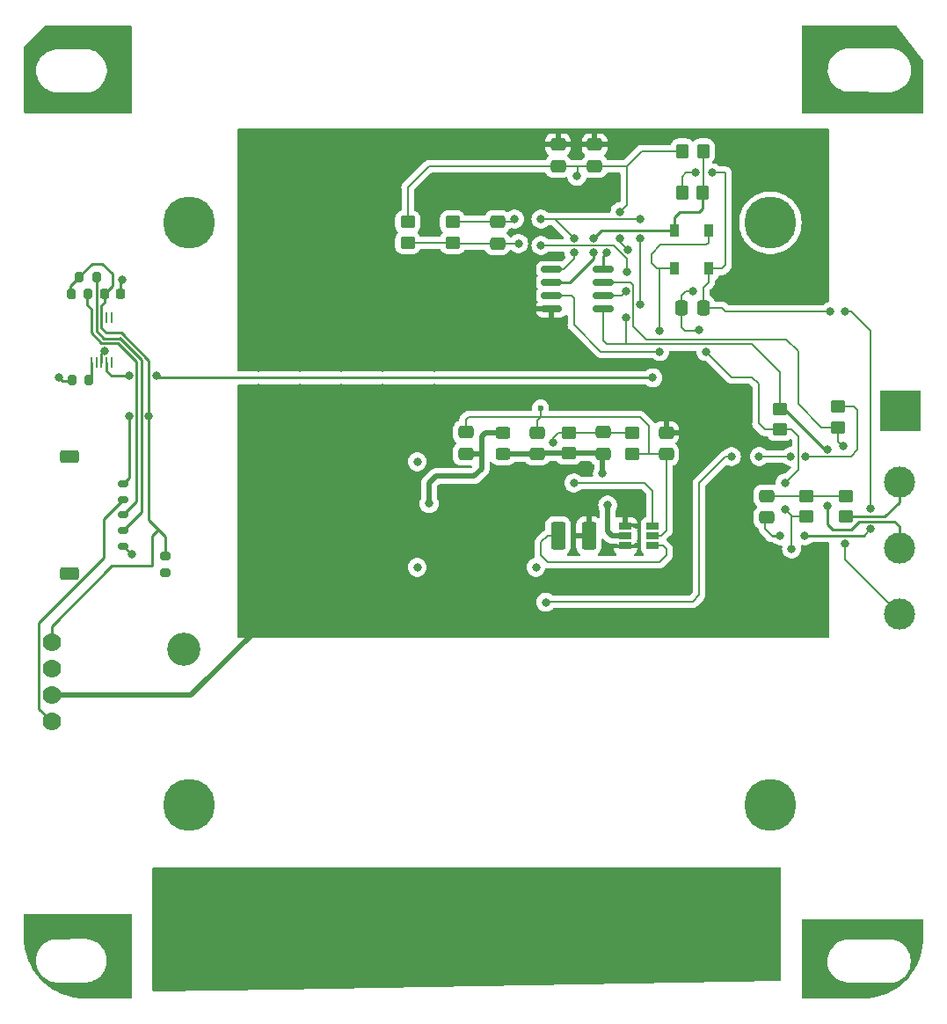
<source format=gbr>
%TF.GenerationSoftware,KiCad,Pcbnew,7.0.1-0*%
%TF.CreationDate,2023-03-22T23:36:25-07:00*%
%TF.ProjectId,Cosmic_Watch_Rev7_Nano_Revised,436f736d-6963-45f5-9761-7463685f5265,6.1*%
%TF.SameCoordinates,Original*%
%TF.FileFunction,Copper,L1,Top*%
%TF.FilePolarity,Positive*%
%FSLAX46Y46*%
G04 Gerber Fmt 4.6, Leading zero omitted, Abs format (unit mm)*
G04 Created by KiCad (PCBNEW 7.0.1-0) date 2023-03-22 23:36:25*
%MOMM*%
%LPD*%
G01*
G04 APERTURE LIST*
G04 Aperture macros list*
%AMRoundRect*
0 Rectangle with rounded corners*
0 $1 Rounding radius*
0 $2 $3 $4 $5 $6 $7 $8 $9 X,Y pos of 4 corners*
0 Add a 4 corners polygon primitive as box body*
4,1,4,$2,$3,$4,$5,$6,$7,$8,$9,$2,$3,0*
0 Add four circle primitives for the rounded corners*
1,1,$1+$1,$2,$3*
1,1,$1+$1,$4,$5*
1,1,$1+$1,$6,$7*
1,1,$1+$1,$8,$9*
0 Add four rect primitives between the rounded corners*
20,1,$1+$1,$2,$3,$4,$5,0*
20,1,$1+$1,$4,$5,$6,$7,0*
20,1,$1+$1,$6,$7,$8,$9,0*
20,1,$1+$1,$8,$9,$2,$3,0*%
G04 Aperture macros list end*
%TA.AperFunction,SMDPad,CuDef*%
%ADD10RoundRect,0.250000X0.337500X0.475000X-0.337500X0.475000X-0.337500X-0.475000X0.337500X-0.475000X0*%
%TD*%
%TA.AperFunction,SMDPad,CuDef*%
%ADD11RoundRect,0.250000X-0.475000X0.337500X-0.475000X-0.337500X0.475000X-0.337500X0.475000X0.337500X0*%
%TD*%
%TA.AperFunction,SMDPad,CuDef*%
%ADD12RoundRect,0.249999X-0.450001X0.350001X-0.450001X-0.350001X0.450001X-0.350001X0.450001X0.350001X0*%
%TD*%
%TA.AperFunction,SMDPad,CuDef*%
%ADD13RoundRect,0.250000X0.475000X-0.337500X0.475000X0.337500X-0.475000X0.337500X-0.475000X-0.337500X0*%
%TD*%
%TA.AperFunction,ComponentPad*%
%ADD14C,5.000000*%
%TD*%
%TA.AperFunction,SMDPad,CuDef*%
%ADD15RoundRect,0.200000X0.200000X0.275000X-0.200000X0.275000X-0.200000X-0.275000X0.200000X-0.275000X0*%
%TD*%
%TA.AperFunction,SMDPad,CuDef*%
%ADD16R,1.220000X0.650000*%
%TD*%
%TA.AperFunction,ComponentPad*%
%ADD17C,1.778000*%
%TD*%
%TA.AperFunction,SMDPad,CuDef*%
%ADD18RoundRect,0.150000X-0.350000X0.150000X-0.350000X-0.150000X0.350000X-0.150000X0.350000X0.150000X0*%
%TD*%
%TA.AperFunction,SMDPad,CuDef*%
%ADD19RoundRect,0.250000X-0.650000X0.375000X-0.650000X-0.375000X0.650000X-0.375000X0.650000X0.375000X0*%
%TD*%
%TA.AperFunction,ComponentPad*%
%ADD20C,3.000000*%
%TD*%
%TA.AperFunction,SMDPad,CuDef*%
%ADD21RoundRect,0.250000X-0.462500X-1.075000X0.462500X-1.075000X0.462500X1.075000X-0.462500X1.075000X0*%
%TD*%
%TA.AperFunction,SMDPad,CuDef*%
%ADD22RoundRect,0.249999X0.450001X-0.350001X0.450001X0.350001X-0.450001X0.350001X-0.450001X-0.350001X0*%
%TD*%
%TA.AperFunction,ComponentPad*%
%ADD23C,3.200000*%
%TD*%
%TA.AperFunction,ComponentPad*%
%ADD24R,4.000000X4.000000*%
%TD*%
%TA.AperFunction,SMDPad,CuDef*%
%ADD25RoundRect,0.200000X-0.275000X0.200000X-0.275000X-0.200000X0.275000X-0.200000X0.275000X0.200000X0*%
%TD*%
%TA.AperFunction,SMDPad,CuDef*%
%ADD26RoundRect,0.225000X-0.225000X-0.250000X0.225000X-0.250000X0.225000X0.250000X-0.225000X0.250000X0*%
%TD*%
%TA.AperFunction,SMDPad,CuDef*%
%ADD27RoundRect,0.249999X0.450001X-0.325001X0.450001X0.325001X-0.450001X0.325001X-0.450001X-0.325001X0*%
%TD*%
%TA.AperFunction,SMDPad,CuDef*%
%ADD28RoundRect,0.249999X0.350001X0.450001X-0.350001X0.450001X-0.350001X-0.450001X0.350001X-0.450001X0*%
%TD*%
%TA.AperFunction,SMDPad,CuDef*%
%ADD29RoundRect,0.200000X-0.200000X-0.275000X0.200000X-0.275000X0.200000X0.275000X-0.200000X0.275000X0*%
%TD*%
%TA.AperFunction,SMDPad,CuDef*%
%ADD30RoundRect,0.150000X0.825000X0.150000X-0.825000X0.150000X-0.825000X-0.150000X0.825000X-0.150000X0*%
%TD*%
%TA.AperFunction,SMDPad,CuDef*%
%ADD31R,0.900000X1.200000*%
%TD*%
%TA.AperFunction,SMDPad,CuDef*%
%ADD32R,0.250000X1.100000*%
%TD*%
%TA.AperFunction,ViaPad*%
%ADD33C,0.600000*%
%TD*%
%TA.AperFunction,ViaPad*%
%ADD34C,0.800000*%
%TD*%
%TA.AperFunction,Conductor*%
%ADD35C,0.200000*%
%TD*%
%TA.AperFunction,Conductor*%
%ADD36C,0.250000*%
%TD*%
%TA.AperFunction,Conductor*%
%ADD37C,0.254000*%
%TD*%
%TA.AperFunction,Conductor*%
%ADD38C,0.508000*%
%TD*%
G04 APERTURE END LIST*
D10*
%TO.P,C6,1*%
%TO.N,Net-(C14-Pad1)*%
X224855500Y-74264400D03*
%TO.P,C6,2*%
%TO.N,GND*%
X222780500Y-74264400D03*
%TD*%
D11*
%TO.P,C5,1*%
%TO.N,+5V*%
X210880000Y-58562500D03*
%TO.P,C5,2*%
%TO.N,GND*%
X210880000Y-60637500D03*
%TD*%
D12*
%TO.P,R20,1*%
%TO.N,Net-(C7-Pad2)*%
X232216000Y-83983800D03*
%TO.P,R20,2*%
%TO.N,GND*%
X232216000Y-85983800D03*
%TD*%
D13*
%TO.P,C7,1*%
%TO.N,Net-(C7-Pad1)*%
X205038000Y-68075000D03*
%TO.P,C7,2*%
%TO.N,Net-(C7-Pad2)*%
X205038000Y-66000000D03*
%TD*%
D14*
%TO.P,,1*%
%TO.N,GND*%
X175320000Y-122080000D03*
%TD*%
D15*
%TO.P,R10,1*%
%TO.N,Net-(R10-Pad1)*%
X165725000Y-81200000D03*
%TO.P,R10,2*%
%TO.N,GND*%
X164075000Y-81200000D03*
%TD*%
D16*
%TO.P,U1,1,sw*%
%TO.N,Net-(L1-Pad1)*%
X219987500Y-97147300D03*
%TO.P,U1,2,gnd*%
%TO.N,GND*%
X219987500Y-96197300D03*
%TO.P,U1,3,FB*%
%TO.N,Net-(C1-Pad2)*%
X219987500Y-95247300D03*
%TO.P,U1,4,SHDN*%
%TO.N,+5V*%
X217367500Y-95247300D03*
%TO.P,U1,5,Vout*%
%TO.N,Net-(C1-Pad1)*%
X217367500Y-96197300D03*
%TO.P,U1,6,Vin*%
%TO.N,+5V*%
X217367500Y-97147300D03*
%TD*%
D17*
%TO.P,,2*%
%TO.N,+5V*%
X162100000Y-111545000D03*
%TD*%
D18*
%TO.P,J1,1,Pin_1*%
%TO.N,VCC*%
X168995000Y-91200000D03*
%TO.P,J1,2,Pin_2*%
%TO.N,Net-(J1-Pad2)*%
X168995000Y-92700000D03*
%TO.P,J1,3,Pin_3*%
%TO.N,Net-(J1-Pad3)*%
X168995000Y-94200000D03*
%TO.P,J1,4,Pin_4*%
%TO.N,Net-(J1-Pad4)*%
X168995000Y-95700000D03*
%TO.P,J1,5,Pin_5*%
%TO.N,GND*%
X168995000Y-97200000D03*
D19*
%TO.P,J1,MP*%
%TO.N,N/C*%
X163805000Y-88595000D03*
X163805000Y-99805000D03*
%TD*%
D20*
%TO.P,TP2,1,TP1*%
%TO.N,Net-(C7-Pad2)*%
X243736500Y-97408000D03*
%TD*%
D21*
%TO.P,L1,1,1*%
%TO.N,Net-(L1-Pad1)*%
X210880000Y-96197300D03*
%TO.P,L1,2,2*%
%TO.N,+5V*%
X213855000Y-96197300D03*
%TD*%
D12*
%TO.P,R2,1*%
%TO.N,Net-(C1-Pad2)*%
X211896000Y-86269800D03*
%TO.P,R2,2*%
%TO.N,Net-(C1-Pad1)*%
X211896000Y-88269800D03*
%TD*%
D22*
%TO.P,R3,1*%
%TO.N,Net-(C7-Pad1)*%
X196402000Y-68000000D03*
%TO.P,R3,2*%
%TO.N,GND*%
X196402000Y-66000000D03*
%TD*%
D12*
%TO.P,R9,1*%
%TO.N,Net-(C14-Pad2)*%
X238566000Y-92365800D03*
%TO.P,R9,2*%
%TO.N,Net-(R9-Pad2)*%
X238566000Y-94365800D03*
%TD*%
D22*
%TO.P,R5,1*%
%TO.N,Net-(C7-Pad1)*%
X200720000Y-68000000D03*
%TO.P,R5,2*%
%TO.N,Net-(C7-Pad2)*%
X200720000Y-66000000D03*
%TD*%
D13*
%TO.P,C1,1*%
%TO.N,Net-(C1-Pad1)*%
X215198000Y-88323300D03*
%TO.P,C1,2*%
%TO.N,Net-(C1-Pad2)*%
X215198000Y-86248300D03*
%TD*%
D23*
%TO.P,U$9,P$1*%
%TO.N,N/C*%
X174800000Y-107100000D03*
%TD*%
D12*
%TO.P,R1,1*%
%TO.N,Net-(C1-Pad2)*%
X217992000Y-86291300D03*
%TO.P,R1,2*%
%TO.N,GND*%
X217992000Y-88291300D03*
%TD*%
D20*
%TO.P,TP3,1,TP1*%
%TO.N,Net-(R9-Pad2)*%
X243736500Y-91058000D03*
%TD*%
D24*
%TO.P,TP4,1*%
%TO.N,GND*%
X243800000Y-84200000D03*
%TD*%
D25*
%TO.P,R8,1*%
%TO.N,VCC*%
X173050000Y-98125000D03*
%TO.P,R8,2*%
%TO.N,Net-(J1-Pad2)*%
X173050000Y-99775000D03*
%TD*%
D17*
%TO.P,,4*%
%TO.N,VCC*%
X162100000Y-106465000D03*
%TD*%
D14*
%TO.P,,1*%
%TO.N,GND*%
X231320000Y-122080000D03*
%TD*%
D26*
%TO.P,C8,1*%
%TO.N,VCC*%
X167225000Y-72910000D03*
%TO.P,C8,2*%
%TO.N,GND*%
X168775000Y-72910000D03*
%TD*%
D13*
%TO.P,C18,1*%
%TO.N,Net-(C18-Pad1)*%
X201990000Y-88323300D03*
%TO.P,C18,2*%
%TO.N,GND*%
X201990000Y-86248300D03*
%TD*%
D27*
%TO.P,L2,1,1*%
%TO.N,Net-(C1-Pad1)*%
X205546000Y-88344800D03*
%TO.P,L2,2,2*%
%TO.N,Net-(C18-Pad1)*%
X205546000Y-86294800D03*
%TD*%
D28*
%TO.P,R7,1*%
%TO.N,Net-(D2-Pad2)*%
X224818000Y-63190000D03*
%TO.P,R7,2*%
%TO.N,Net-(C14-Pad1)*%
X222818000Y-63190000D03*
%TD*%
D14*
%TO.P,,1*%
%TO.N,GND*%
X175320000Y-66080000D03*
%TD*%
D12*
%TO.P,R4,1*%
%TO.N,Net-(IC1-PadA1)*%
X237804000Y-83745800D03*
%TO.P,R4,2*%
%TO.N,Net-(R4-Pad2)*%
X237804000Y-85745800D03*
%TD*%
%TO.P,R24,1*%
%TO.N,Net-(C14-Pad2)*%
X234756000Y-92365800D03*
%TO.P,R24,2*%
%TO.N,GND*%
X234756000Y-94365800D03*
%TD*%
D29*
%TO.P,R12,1*%
%TO.N,VCC*%
X164775000Y-71300000D03*
%TO.P,R12,2*%
%TO.N,Net-(J1-Pad4)*%
X166425000Y-71300000D03*
%TD*%
D20*
%TO.P,TP1,1,TP1*%
%TO.N,Net-(R4-Pad2)*%
X243736500Y-103758000D03*
%TD*%
D14*
%TO.P,,1*%
%TO.N,GND*%
X231320000Y-66080000D03*
%TD*%
D30*
%TO.P,U2,1,OUT_A*%
%TO.N,Net-(C7-Pad2)*%
X215198000Y-74366000D03*
%TO.P,U2,2,-IN_A*%
%TO.N,Net-(C7-Pad1)*%
X215198000Y-73096000D03*
%TO.P,U2,3,+IN_A*%
%TO.N,Net-(R4-Pad2)*%
X215198000Y-71826000D03*
%TO.P,U2,4,V-*%
%TO.N,GND*%
X215198000Y-70556000D03*
%TO.P,U2,5,+IN_B*%
%TO.N,Net-(C7-Pad2)*%
X210248000Y-70556000D03*
%TO.P,U2,6,-IN_B*%
%TO.N,Net-(D2-Pad2)*%
X210248000Y-71826000D03*
%TO.P,U2,7,OUT_B*%
%TO.N,Net-(D1-Pad2)*%
X210248000Y-73096000D03*
%TO.P,U2,8,V+*%
%TO.N,+5V*%
X210248000Y-74366000D03*
%TD*%
D13*
%TO.P,C2,1*%
%TO.N,Net-(C1-Pad1)*%
X208848000Y-88344800D03*
%TO.P,C2,2*%
%TO.N,GND*%
X208848000Y-86269800D03*
%TD*%
D28*
%TO.P,R6,1*%
%TO.N,Net-(D2-Pad2)*%
X224843400Y-59176800D03*
%TO.P,R6,2*%
%TO.N,GND*%
X222843400Y-59176800D03*
%TD*%
D31*
%TO.P,D2,1,K*%
%TO.N,Net-(D1-Pad2)*%
X225366400Y-66847600D03*
%TO.P,D2,2,A*%
%TO.N,Net-(D2-Pad2)*%
X222066400Y-66847600D03*
%TD*%
%TO.P,D1,1,K*%
%TO.N,Net-(C14-Pad1)*%
X225391800Y-70505200D03*
%TO.P,D1,2,A*%
%TO.N,Net-(D1-Pad2)*%
X222091800Y-70505200D03*
%TD*%
D13*
%TO.P,C14,1*%
%TO.N,Net-(C14-Pad1)*%
X230946000Y-94440800D03*
%TO.P,C14,2*%
%TO.N,Net-(C14-Pad2)*%
X230946000Y-92365800D03*
%TD*%
D17*
%TO.P,,1*%
%TO.N,Net-(J1-Pad2)*%
X162100000Y-114085000D03*
%TD*%
D11*
%TO.P,C3,1*%
%TO.N,+5V*%
X221294000Y-86291300D03*
%TO.P,C3,2*%
%TO.N,GND*%
X221294000Y-88366300D03*
%TD*%
D29*
%TO.P,R11,1*%
%TO.N,VCC*%
X163975000Y-72900000D03*
%TO.P,R11,2*%
%TO.N,Net-(J1-Pad3)*%
X165625000Y-72900000D03*
%TD*%
D17*
%TO.P,,3*%
%TO.N,GND*%
X162100000Y-109005000D03*
%TD*%
D32*
%TO.P,U3,1,ADDR*%
%TO.N,Net-(R10-Pad1)*%
X165920000Y-79530000D03*
%TO.P,U3,2,ALERT/RDY*%
%TO.N,N/C*%
X166420000Y-79530000D03*
%TO.P,U3,3,GND*%
%TO.N,GND*%
X166920000Y-79530000D03*
%TO.P,U3,4,AIN0*%
%TO.N,Net-(R9-Pad2)*%
X167420000Y-79530000D03*
%TO.P,U3,5,AIN1*%
%TO.N,unconnected-(U3-Pad5)*%
X167920000Y-79530000D03*
%TO.P,U3,6,AIN2*%
%TO.N,unconnected-(U3-Pad6)*%
X167920000Y-75230000D03*
%TO.P,U3,7,AIN3*%
%TO.N,unconnected-(U3-Pad7)*%
X167420000Y-75230000D03*
%TO.P,U3,8,VDD*%
%TO.N,VDDA*%
X166920000Y-75230000D03*
%TO.P,U3,9,SDA*%
%TO.N,Net-(J1-Pad4)*%
X166420000Y-75230000D03*
%TO.P,U3,10,SCL*%
%TO.N,Net-(J1-Pad3)*%
X165920000Y-75230000D03*
%TD*%
D11*
%TO.P,C4,1*%
%TO.N,+5V*%
X214400000Y-58562500D03*
%TO.P,C4,2*%
%TO.N,GND*%
X214400000Y-60637500D03*
%TD*%
D33*
%TO.N,GND*%
X209200000Y-83900000D03*
D34*
%TO.N,Net-(R9-Pad2)*%
X172200000Y-80800000D03*
X169566011Y-80800000D03*
X220000000Y-81000000D03*
%TO.N,Net-(C7-Pad2)*%
X206689000Y-65717300D03*
X218754000Y-67622300D03*
X212404000Y-67557800D03*
X236800000Y-93300000D03*
X217419500Y-75242300D03*
X209229000Y-65717300D03*
X218818500Y-73972300D03*
X218754000Y-65717300D03*
X236800000Y-87877800D03*
X212404000Y-68956800D03*
%TO.N,Net-(R4-Pad2)*%
X238500000Y-97000000D03*
X238300000Y-87600000D03*
%TO.N,GND*%
X215579000Y-68956800D03*
X217628872Y-68682928D03*
X212700000Y-61600000D03*
X208750000Y-99240000D03*
X225104000Y-78481800D03*
X162856000Y-80936000D03*
X216849000Y-65017800D03*
X167220000Y-78380000D03*
X223834000Y-72702300D03*
X169820000Y-97980000D03*
X216849000Y-67572100D03*
X232724000Y-93657300D03*
X197320000Y-99240000D03*
X168952000Y-71538000D03*
X224443600Y-76400000D03*
X232724000Y-91117300D03*
X233359000Y-97467300D03*
X197320000Y-89080000D03*
%TO.N,Net-(C7-Pad1)*%
X209229000Y-68257300D03*
X207077200Y-68075000D03*
X217484000Y-70797300D03*
X217419500Y-72702300D03*
%TO.N,Net-(C1-Pad2)*%
X212404000Y-91117300D03*
X210372000Y-87256500D03*
%TO.N,Net-(C1-Pad1)*%
X215655200Y-93250900D03*
X215147200Y-90202900D03*
%TO.N,Net-(IC1-PadA1)*%
X209700000Y-102600000D03*
X233294500Y-88577300D03*
X234693500Y-88577300D03*
X230248500Y-88577300D03*
X227579500Y-88577300D03*
%TO.N,VCC*%
X169566011Y-84680000D03*
X171472531Y-84680000D03*
%TO.N,Net-(D2-Pad2)*%
X214309000Y-68956800D03*
X214309000Y-67557800D03*
%TO.N,Net-(C14-Pad1)*%
X240979000Y-93592800D03*
X237104500Y-74607300D03*
X225739000Y-61272300D03*
X240979000Y-95562300D03*
X234654400Y-96197300D03*
X238503500Y-74607300D03*
X232266800Y-96197300D03*
X224143900Y-61272300D03*
%TO.N,+5V*%
X190000000Y-80000000D03*
X190000000Y-82000000D03*
X182000000Y-80000000D03*
X211032400Y-103862800D03*
X194000000Y-82000000D03*
X199000000Y-82000000D03*
X186000000Y-82000000D03*
X186000000Y-80000000D03*
X182000000Y-82000000D03*
X199000000Y-80000000D03*
X211083200Y-100870900D03*
X194000000Y-80000000D03*
%TO.N,Net-(D1-Pad2)*%
X220659000Y-78481800D03*
X220659000Y-76447800D03*
%TO.N,Net-(C18-Pad1)*%
X198460000Y-93110000D03*
%TD*%
D35*
%TO.N,Net-(R4-Pad2)*%
X217877700Y-71826000D02*
X218119000Y-72067300D01*
X233994000Y-83497300D02*
X236242500Y-85745800D01*
X218119000Y-72067300D02*
X218119000Y-76030000D01*
X215198000Y-71826000D02*
X217877700Y-71826000D01*
X232876700Y-77300000D02*
X233994000Y-78417300D01*
X218119000Y-76030000D02*
X219389000Y-77300000D01*
X219389000Y-77300000D02*
X232876700Y-77300000D01*
X233994000Y-78417300D02*
X233994000Y-83497300D01*
X236242500Y-85745800D02*
X237804000Y-85745800D01*
%TO.N,GND*%
X209229000Y-83929000D02*
X209200000Y-83900000D01*
X209229000Y-84767300D02*
X209229000Y-83929000D01*
D36*
%TO.N,Net-(R9-Pad2)*%
X220000000Y-81000000D02*
X172400000Y-81000000D01*
X172400000Y-81000000D02*
X172200000Y-80800000D01*
X169566011Y-80800000D02*
X167865978Y-80800000D01*
X167865978Y-80800000D02*
X167420000Y-80354022D01*
X242334200Y-94365800D02*
X243736500Y-92963500D01*
X167420000Y-80354022D02*
X167420000Y-79530000D01*
X243736500Y-92963500D02*
X243736500Y-91058000D01*
X238566000Y-94365800D02*
X242334200Y-94365800D01*
%TO.N,Net-(C7-Pad2)*%
X236800000Y-87877800D02*
X236577800Y-87877800D01*
X243736500Y-95286680D02*
X243287609Y-94837789D01*
D35*
X229549000Y-77782300D02*
X217484000Y-77782300D01*
X217419500Y-77717800D02*
X217484000Y-77782300D01*
X215198000Y-77401300D02*
X215579000Y-77782300D01*
D36*
X243736500Y-97408000D02*
X243736500Y-95286680D01*
D35*
X229549000Y-77782300D02*
X232216000Y-80449300D01*
X206406300Y-66000000D02*
X206689000Y-65717300D01*
D36*
X243287609Y-94837789D02*
X239962211Y-94837789D01*
D35*
X212404000Y-69527300D02*
X212404000Y-68956800D01*
X217419500Y-75242300D02*
X217419500Y-77717800D01*
X210563500Y-65717300D02*
X212404000Y-67557800D01*
D36*
X239100000Y-95600000D02*
X237300000Y-95600000D01*
X239862211Y-94837789D02*
X239100000Y-95600000D01*
D35*
X205038000Y-66000000D02*
X200720000Y-66000000D01*
X210248000Y-70556000D02*
X211375300Y-70556000D01*
X218754000Y-67622300D02*
X218754000Y-73907800D01*
X215198000Y-74366000D02*
X215198000Y-77401300D01*
D36*
X236800000Y-95100000D02*
X236800000Y-93300000D01*
D35*
X215579000Y-77782300D02*
X217484000Y-77782300D01*
X218754000Y-73907800D02*
X218818500Y-73972300D01*
X209229000Y-65717300D02*
X210563500Y-65717300D01*
X210563500Y-65717300D02*
X218754000Y-65717300D01*
D36*
X237300000Y-95600000D02*
X236800000Y-95100000D01*
D35*
X232216000Y-80449300D02*
X232216000Y-83983800D01*
X211375300Y-70556000D02*
X212404000Y-69527300D01*
D36*
X232683800Y-83983800D02*
X232216000Y-83983800D01*
X236577800Y-87877800D02*
X232683800Y-83983800D01*
D35*
X205038000Y-66000000D02*
X206406300Y-66000000D01*
D36*
X239962211Y-94837789D02*
X239862211Y-94837789D01*
D35*
%TO.N,Net-(R4-Pad2)*%
X237804000Y-87104000D02*
X238300000Y-87600000D01*
X238500000Y-98521500D02*
X243736500Y-103758000D01*
X238500000Y-97000000D02*
X238500000Y-98521500D01*
X237804000Y-85745800D02*
X237804000Y-87104000D01*
%TO.N,GND*%
X208848000Y-85148300D02*
X209229000Y-84767300D01*
X230184000Y-81592300D02*
X230184000Y-85402300D01*
X218944500Y-59176800D02*
X217484000Y-60637300D01*
X209229000Y-84767300D02*
X218754000Y-84767300D01*
X221294000Y-88366300D02*
X219600000Y-88366300D01*
X233994000Y-89847300D02*
X232724000Y-91117300D01*
D37*
X169115000Y-97275000D02*
X169820000Y-97980000D01*
D35*
X202244000Y-84767300D02*
X201990000Y-85021300D01*
D36*
X215198000Y-70556000D02*
X215198000Y-69337800D01*
D35*
X233432500Y-94365800D02*
X232724000Y-93657300D01*
D37*
X168745000Y-72870000D02*
X168745000Y-71745000D01*
D36*
X215198000Y-69337800D02*
X215579000Y-68956800D01*
D35*
X201990000Y-85021300D02*
X201990000Y-86248300D01*
X209229000Y-84767300D02*
X202244000Y-84767300D01*
X223134500Y-76447800D02*
X224469000Y-76447800D01*
X222780500Y-74264400D02*
X222780500Y-76093800D01*
D37*
X164045000Y-81270000D02*
X163190000Y-81270000D01*
D35*
X212784200Y-60615800D02*
X210905400Y-60615800D01*
X219600000Y-85613300D02*
X219600000Y-88366300D01*
X222843400Y-59176800D02*
X218944500Y-59176800D01*
X227579500Y-80957300D02*
X229549000Y-80957300D01*
X222780500Y-76093800D02*
X223134500Y-76447800D01*
X223199000Y-72702300D02*
X222780500Y-73120800D01*
X233305500Y-85983800D02*
X233994000Y-86672300D01*
X214944000Y-60615800D02*
X212784200Y-60615800D01*
X210880000Y-60641200D02*
X198430100Y-60641200D01*
X234756000Y-94365800D02*
X233432500Y-94365800D01*
D37*
X168745000Y-71745000D02*
X168952000Y-71538000D01*
D35*
X212784200Y-60615800D02*
X212784200Y-61515800D01*
X229549000Y-80957300D02*
X230184000Y-81592300D01*
X223834000Y-72702300D02*
X223199000Y-72702300D01*
X233994000Y-86672300D02*
X233994000Y-89847300D01*
D37*
X166920000Y-78680000D02*
X167220000Y-78380000D01*
D35*
X225104000Y-78481800D02*
X227579500Y-80957300D01*
X233432500Y-94365800D02*
X233359000Y-94439300D01*
X217484000Y-60637300D02*
X217484000Y-64382800D01*
X216849000Y-67572100D02*
X216849000Y-67903056D01*
X208848000Y-86269800D02*
X208848000Y-85148300D01*
X216849000Y-67903056D02*
X217628872Y-68682928D01*
X218754000Y-84767300D02*
X219600000Y-85613300D01*
X219600000Y-88366300D02*
X218067000Y-88366300D01*
D37*
X169115000Y-97080000D02*
X169115000Y-97275000D01*
D35*
X196402000Y-62669300D02*
X196402000Y-66000000D01*
X222780500Y-73120800D02*
X222780500Y-74264400D01*
D37*
X163190000Y-81270000D02*
X162856000Y-80936000D01*
D35*
X232216000Y-85983800D02*
X233305500Y-85983800D01*
X219987500Y-96197300D02*
X220797500Y-96197300D01*
X221294000Y-95700800D02*
X221294000Y-88366300D01*
X220797500Y-96197300D02*
X221294000Y-95700800D01*
D37*
X166920000Y-79530000D02*
X166920000Y-78680000D01*
D35*
X198430100Y-60641200D02*
X196402000Y-62669300D01*
X230765500Y-85983800D02*
X232216000Y-85983800D01*
X217484000Y-60637300D02*
X214965500Y-60637300D01*
X217484000Y-64382800D02*
X216849000Y-65017800D01*
X233359000Y-94439300D02*
X233359000Y-97467300D01*
X230184000Y-85402300D02*
X230765500Y-85983800D01*
X212784200Y-61515800D02*
X212700000Y-61600000D01*
%TO.N,Net-(C7-Pad1)*%
X216214000Y-68257300D02*
X209229000Y-68257300D01*
X217025800Y-73096000D02*
X217419500Y-72702300D01*
X205038000Y-68075000D02*
X200795000Y-68075000D01*
X217484000Y-69527300D02*
X217484000Y-70797300D01*
X216214000Y-68257300D02*
X217484000Y-69527300D01*
X205038000Y-68075000D02*
X207077200Y-68075000D01*
X200720000Y-68000000D02*
X196402000Y-68000000D01*
X215198000Y-73096000D02*
X217025800Y-73096000D01*
%TO.N,Net-(C1-Pad2)*%
X212404000Y-91117300D02*
X219211200Y-91117300D01*
X219211200Y-91117300D02*
X219987500Y-91893600D01*
X217992000Y-86291300D02*
X215241000Y-86291300D01*
X219987500Y-91893600D02*
X219987500Y-95247300D01*
X210901500Y-86269800D02*
X210372000Y-86799300D01*
X211896000Y-86269800D02*
X210901500Y-86269800D01*
X215176500Y-86269800D02*
X211896000Y-86269800D01*
X210372000Y-86799300D02*
X210372000Y-87256500D01*
D38*
%TO.N,Net-(C1-Pad1)*%
X208848000Y-88344800D02*
X205546000Y-88344800D01*
X211896000Y-88269800D02*
X208923000Y-88269800D01*
X215147200Y-90202900D02*
X215147200Y-88272500D01*
X217367500Y-96197300D02*
X216061600Y-96197300D01*
X215144500Y-88269800D02*
X211896000Y-88269800D01*
X216061600Y-96197300D02*
X215655200Y-95790900D01*
X215655200Y-95790900D02*
X215655200Y-93250900D01*
D35*
%TO.N,Net-(IC1-PadA1)*%
X239074000Y-88577300D02*
X234693500Y-88577300D01*
X227579500Y-88577300D02*
X227009000Y-88577300D01*
X233294500Y-88577300D02*
X230248500Y-88577300D01*
X237804000Y-83745800D02*
X239322500Y-83745800D01*
X209752700Y-102547300D02*
X209700000Y-102600000D01*
X239322500Y-83745800D02*
X239709000Y-84132300D01*
X239709000Y-87942300D02*
X239074000Y-88577300D01*
X224469000Y-101912300D02*
X223834000Y-102547300D01*
X224469000Y-91117300D02*
X224469000Y-101912300D01*
X239709000Y-84132300D02*
X239709000Y-87942300D01*
X227009000Y-88577300D02*
X224469000Y-91117300D01*
X223834000Y-102547300D02*
X209752700Y-102547300D01*
%TO.N,Net-(C14-Pad2)*%
X234756000Y-92365800D02*
X230946000Y-92365800D01*
X238566000Y-92365800D02*
X234756000Y-92365800D01*
D36*
%TO.N,VCC*%
X167000000Y-70000000D02*
X168000000Y-71000000D01*
X164775000Y-71300000D02*
X164775000Y-71225000D01*
D37*
X169566011Y-90633989D02*
X169566011Y-84680000D01*
X171472531Y-84680000D02*
X171472531Y-79349783D01*
X166920000Y-76205223D02*
X166920000Y-75230000D01*
X163875000Y-72190000D02*
X163875000Y-72860000D01*
D36*
X166000000Y-70000000D02*
X167000000Y-70000000D01*
D37*
X171800000Y-99100000D02*
X167890000Y-99100000D01*
X164245000Y-73230000D02*
X163875000Y-72860000D01*
D36*
X167195000Y-73755000D02*
X167195000Y-72870000D01*
D37*
X171800000Y-96200000D02*
X171800000Y-99100000D01*
X162100000Y-104890000D02*
X162100000Y-106465000D01*
D36*
X168000000Y-72135000D02*
X167225000Y-72910000D01*
D37*
X172390000Y-95610000D02*
X173050000Y-96270000D01*
D36*
X164775000Y-71225000D02*
X166000000Y-70000000D01*
X173050000Y-98125000D02*
X173050000Y-96270000D01*
D37*
X169120000Y-91080000D02*
X169566011Y-90633989D01*
X167390613Y-76675836D02*
X166920000Y-76205223D01*
X167890000Y-99100000D02*
X162100000Y-104890000D01*
X171472531Y-94692531D02*
X172390000Y-95610000D01*
X171472531Y-84680000D02*
X171472531Y-94692531D01*
X172390000Y-95610000D02*
X171800000Y-96200000D01*
X168798584Y-76675836D02*
X167390613Y-76675836D01*
X171472531Y-79349783D02*
X168798584Y-76675836D01*
D36*
X166920000Y-75230000D02*
X166920000Y-74030000D01*
D37*
X164725000Y-71340000D02*
X163875000Y-72190000D01*
D36*
X168000000Y-71000000D02*
X168000000Y-72135000D01*
X166920000Y-74030000D02*
X167195000Y-73755000D01*
%TO.N,Net-(D2-Pad2)*%
X215019200Y-66847600D02*
X214309000Y-67557800D01*
X214309000Y-69527300D02*
X212010300Y-71826000D01*
X214309000Y-68956800D02*
X214309000Y-69527300D01*
X222066400Y-66847600D02*
X215019200Y-66847600D01*
X224818000Y-64733300D02*
X224469000Y-65082300D01*
D35*
X224843400Y-59176800D02*
X224843400Y-63164600D01*
D36*
X222564000Y-65082300D02*
X222066400Y-65579900D01*
X224469000Y-65082300D02*
X222564000Y-65082300D01*
X222066400Y-65579900D02*
X222066400Y-66847600D01*
X212010300Y-71826000D02*
X210248000Y-71826000D01*
X224818000Y-63190000D02*
X224818000Y-64733300D01*
D35*
%TO.N,Net-(C14-Pad1)*%
X222818000Y-61653300D02*
X222818000Y-63190000D01*
X223199000Y-61272300D02*
X222818000Y-61653300D01*
X224143900Y-61272300D02*
X223199000Y-61272300D01*
D36*
X234654400Y-96197300D02*
X240344000Y-96197300D01*
D35*
X226958200Y-61272300D02*
X227009000Y-61323100D01*
X224855500Y-74264400D02*
X224855500Y-72315800D01*
X240979000Y-76512300D02*
X239074000Y-74607300D01*
X227009000Y-70162300D02*
X227009000Y-61323100D01*
X237104500Y-74607300D02*
X227009000Y-74607300D01*
X225391800Y-71779500D02*
X224855500Y-72315800D01*
X240979000Y-93592800D02*
X240979000Y-76512300D01*
X226666100Y-74264400D02*
X227009000Y-74607300D01*
X225391800Y-71779500D02*
X225391800Y-70505200D01*
X230819000Y-94567800D02*
X230819000Y-95562300D01*
X240344000Y-96197300D02*
X240979000Y-95562300D01*
X225739000Y-61272300D02*
X226958200Y-61272300D01*
X224855500Y-74264400D02*
X226666100Y-74264400D01*
D36*
X231454000Y-96197300D02*
X232266800Y-96197300D01*
D35*
X230819000Y-95562300D02*
X231454000Y-96197300D01*
X225391800Y-70505200D02*
X226666100Y-70505200D01*
X226666100Y-70505200D02*
X227009000Y-70162300D01*
X239074000Y-74607300D02*
X238503500Y-74607300D01*
%TO.N,Net-(L1-Pad1)*%
X220659000Y-98737300D02*
X209864000Y-98737300D01*
X209229000Y-96832300D02*
X209864000Y-96197300D01*
X209864000Y-96197300D02*
X210880000Y-96197300D01*
X221294000Y-98102300D02*
X220659000Y-98737300D01*
X219987500Y-97147300D02*
X220974000Y-97147300D01*
X221294000Y-97467300D02*
X221294000Y-98102300D01*
X220974000Y-97147300D02*
X221294000Y-97467300D01*
X209864000Y-98737300D02*
X209229000Y-98102300D01*
X209229000Y-98102300D02*
X209229000Y-96832300D01*
D38*
%TO.N,+5V*%
X162100000Y-111545000D02*
X175555000Y-111545000D01*
X175555000Y-111545000D02*
X182300000Y-104800000D01*
D36*
%TO.N,Net-(J1-Pad2)*%
X160886000Y-112871000D02*
X162100000Y-114085000D01*
X167140000Y-98308173D02*
X160886000Y-104562173D01*
X168995000Y-92700000D02*
X167140000Y-94555000D01*
X160886000Y-104562173D02*
X160886000Y-112871000D01*
X167140000Y-94555000D02*
X167140000Y-98308173D01*
D37*
%TO.N,Net-(J1-Pad3)*%
X166919068Y-77653489D02*
X165920000Y-76654421D01*
X169115000Y-94080000D02*
X170292511Y-92902489D01*
X170292511Y-79452511D02*
X168493489Y-77653489D01*
X170292511Y-92902489D02*
X170292511Y-79452511D01*
X168493489Y-77653489D02*
X166919068Y-77653489D01*
X165920000Y-76654421D02*
X165920000Y-75230000D01*
D36*
X165525000Y-73995000D02*
X165920000Y-74390000D01*
X165525000Y-72860000D02*
X165525000Y-73995000D01*
X165920000Y-74390000D02*
X165920000Y-75230000D01*
D37*
%TO.N,Net-(J1-Pad4)*%
X169115000Y-95580000D02*
X170746031Y-93948969D01*
X168661374Y-77180000D02*
X168641405Y-77199969D01*
X170746031Y-79264657D02*
X168661374Y-77180000D01*
D36*
X166420000Y-75230000D02*
X166420000Y-71385000D01*
D37*
X166420000Y-76513047D02*
X166420000Y-75230000D01*
X170746031Y-93948969D02*
X170746031Y-79264657D01*
X168641405Y-77199969D02*
X167106922Y-77199969D01*
X167106922Y-77199969D02*
X166420000Y-76513047D01*
D35*
%TO.N,Net-(D1-Pad2)*%
X225366400Y-66847600D02*
X225366400Y-67994900D01*
X220659000Y-78481800D02*
X215008500Y-78481800D01*
X215008500Y-78481800D02*
X212404000Y-75877300D01*
X225366400Y-67994900D02*
X225168500Y-68192800D01*
X220659000Y-70568700D02*
X220722500Y-70505200D01*
X220366900Y-70505200D02*
X220722500Y-70505200D01*
X212404000Y-75877300D02*
X212404000Y-73337300D01*
X212404000Y-73337300D02*
X212162700Y-73096000D01*
X220733268Y-68192800D02*
X219851762Y-69074306D01*
X220722500Y-70505200D02*
X222091800Y-70505200D01*
X225168500Y-68192800D02*
X220733268Y-68192800D01*
X219851762Y-69074306D02*
X219851762Y-69990062D01*
X219851762Y-69990062D02*
X220366900Y-70505200D01*
X212162700Y-73096000D02*
X210248000Y-73096000D01*
X220659000Y-76447800D02*
X220659000Y-70568700D01*
D38*
%TO.N,Net-(C18-Pad1)*%
X203891500Y-86294800D02*
X203514000Y-86672300D01*
X201990000Y-88323300D02*
X203480800Y-88323300D01*
X205546000Y-86294800D02*
X203891500Y-86294800D01*
X202820000Y-90460000D02*
X199130000Y-90460000D01*
X199130000Y-90460000D02*
X198460000Y-91130000D01*
X198460000Y-91130000D02*
X198460000Y-93110000D01*
X203514000Y-89766000D02*
X202820000Y-90460000D01*
D36*
X203480800Y-88323300D02*
X203514000Y-88356500D01*
D38*
X203514000Y-86672300D02*
X203514000Y-89766000D01*
D36*
%TO.N,Net-(R10-Pad1)*%
X165920000Y-79530000D02*
X165920000Y-81045000D01*
%TD*%
%TA.AperFunction,Conductor*%
%TO.N,+5V*%
G36*
X236937000Y-57016881D02*
G01*
X236983119Y-57063000D01*
X237000000Y-57126000D01*
X237000000Y-73598683D01*
X236987248Y-73653918D01*
X236951574Y-73697972D01*
X236900198Y-73721929D01*
X236822215Y-73738505D01*
X236822213Y-73738505D01*
X236822212Y-73738506D01*
X236670786Y-73805925D01*
X236647746Y-73816183D01*
X236493247Y-73928433D01*
X236467426Y-73957111D01*
X236425039Y-73987907D01*
X236373790Y-73998800D01*
X227313239Y-73998800D01*
X227265021Y-73989209D01*
X227224144Y-73961895D01*
X227130415Y-73868166D01*
X227119548Y-73855775D01*
X227100088Y-73830414D01*
X227068824Y-73806424D01*
X227068174Y-73805925D01*
X227068172Y-73805923D01*
X226972976Y-73732876D01*
X226972975Y-73732875D01*
X226852671Y-73683044D01*
X226824951Y-73671562D01*
X226824950Y-73671561D01*
X226824948Y-73671561D01*
X226805568Y-73669008D01*
X226805556Y-73669008D01*
X226791569Y-73667166D01*
X226697803Y-73654822D01*
X226697791Y-73654822D01*
X226666100Y-73650650D01*
X226634407Y-73654822D01*
X226617964Y-73655900D01*
X226038807Y-73655900D01*
X225987782Y-73645106D01*
X225945499Y-73614573D01*
X225919202Y-73569533D01*
X225885115Y-73466662D01*
X225792030Y-73315748D01*
X225792028Y-73315746D01*
X225792027Y-73315744D01*
X225666655Y-73190372D01*
X225666652Y-73190370D01*
X225523851Y-73102289D01*
X225479976Y-73056456D01*
X225464000Y-72995050D01*
X225464000Y-72620040D01*
X225473591Y-72571822D01*
X225500904Y-72530945D01*
X225572349Y-72459500D01*
X225788039Y-72243808D01*
X225800424Y-72232948D01*
X225825787Y-72213487D01*
X225839748Y-72195291D01*
X225839752Y-72195288D01*
X225858561Y-72170777D01*
X225881410Y-72140998D01*
X225923323Y-72086378D01*
X225949395Y-72023434D01*
X225984638Y-71938351D01*
X225988214Y-71911183D01*
X225988574Y-71908452D01*
X225988574Y-71908450D01*
X226001378Y-71811197D01*
X226001378Y-71811190D01*
X226005550Y-71779499D01*
X226001378Y-71747807D01*
X226000300Y-71731362D01*
X226000300Y-71676285D01*
X226010473Y-71626686D01*
X226039349Y-71585096D01*
X226082265Y-71558230D01*
X226085424Y-71557050D01*
X226088004Y-71556089D01*
X226205061Y-71468461D01*
X226292689Y-71351404D01*
X226343789Y-71214401D01*
X226343789Y-71214398D01*
X226349319Y-71199573D01*
X226351923Y-71200544D01*
X226363450Y-71169073D01*
X226408731Y-71128401D01*
X226467795Y-71113700D01*
X226617964Y-71113700D01*
X226634407Y-71114777D01*
X226666100Y-71118950D01*
X226697793Y-71114777D01*
X226697803Y-71114777D01*
X226705984Y-71113700D01*
X226705985Y-71113700D01*
X226808346Y-71100224D01*
X226808347Y-71100224D01*
X226813881Y-71099495D01*
X226824951Y-71098038D01*
X226972976Y-71036724D01*
X227068172Y-70963677D01*
X227068172Y-70963676D01*
X227084729Y-70950972D01*
X227084732Y-70950969D01*
X227085646Y-70950267D01*
X227100087Y-70939187D01*
X227119557Y-70913811D01*
X227130409Y-70901438D01*
X227405235Y-70626612D01*
X227417619Y-70615752D01*
X227417788Y-70615622D01*
X227442987Y-70596287D01*
X227456948Y-70578091D01*
X227456952Y-70578088D01*
X227540523Y-70469178D01*
X227572435Y-70392136D01*
X227601838Y-70321151D01*
X227609648Y-70261824D01*
X227617500Y-70202185D01*
X227618578Y-70193997D01*
X227618578Y-70193990D01*
X227621178Y-70174239D01*
X227622750Y-70162300D01*
X227618577Y-70130607D01*
X227617500Y-70114164D01*
X227617500Y-66079999D01*
X228306400Y-66079999D01*
X228320717Y-66325800D01*
X228326778Y-66429857D01*
X228365472Y-66649300D01*
X228387633Y-66774984D01*
X228488144Y-67110716D01*
X228529335Y-67206206D01*
X228626950Y-67432501D01*
X228743901Y-67635067D01*
X228793143Y-67720357D01*
X228802175Y-67736000D01*
X229011449Y-68017104D01*
X229251943Y-68272012D01*
X229347972Y-68352590D01*
X229520400Y-68497276D01*
X229520402Y-68497277D01*
X229520403Y-68497278D01*
X229813200Y-68689853D01*
X230126374Y-68847135D01*
X230455690Y-68966996D01*
X230796694Y-69047816D01*
X231075158Y-69080363D01*
X231144774Y-69088500D01*
X231144775Y-69088500D01*
X231495225Y-69088500D01*
X231495226Y-69088500D01*
X231553238Y-69081719D01*
X231843306Y-69047816D01*
X232184310Y-68966996D01*
X232513626Y-68847135D01*
X232826800Y-68689853D01*
X233119597Y-68497278D01*
X233388057Y-68272012D01*
X233628551Y-68017104D01*
X233837825Y-67736000D01*
X234013050Y-67432501D01*
X234151857Y-67110712D01*
X234252367Y-66774984D01*
X234313222Y-66429857D01*
X234333599Y-66080000D01*
X234313222Y-65730143D01*
X234252367Y-65385016D01*
X234151857Y-65049288D01*
X234013050Y-64727499D01*
X233837825Y-64424000D01*
X233628551Y-64142896D01*
X233388057Y-63887988D01*
X233271891Y-63790512D01*
X233119599Y-63662723D01*
X232826800Y-63470147D01*
X232513622Y-63312863D01*
X232184314Y-63193005D01*
X232184310Y-63193004D01*
X231843306Y-63112184D01*
X231843304Y-63112183D01*
X231843301Y-63112183D01*
X231495226Y-63071500D01*
X231495225Y-63071500D01*
X231144775Y-63071500D01*
X231144774Y-63071500D01*
X230796698Y-63112183D01*
X230455685Y-63193005D01*
X230126377Y-63312863D01*
X229813199Y-63470147D01*
X229520400Y-63662723D01*
X229251945Y-63887986D01*
X229011449Y-64142895D01*
X228802172Y-64424004D01*
X228626950Y-64727499D01*
X228488144Y-65049283D01*
X228387633Y-65385015D01*
X228358935Y-65547772D01*
X228326778Y-65730143D01*
X228326256Y-65739100D01*
X228306400Y-66079999D01*
X227617500Y-66079999D01*
X227617500Y-61371236D01*
X227618578Y-61354790D01*
X227622750Y-61323100D01*
X227618578Y-61291409D01*
X227618578Y-61291403D01*
X227601838Y-61164250D01*
X227587414Y-61129429D01*
X227587413Y-61129426D01*
X227540524Y-61016222D01*
X227462462Y-60914491D01*
X227462450Y-60914478D01*
X227442987Y-60889113D01*
X227427398Y-60877151D01*
X227404143Y-60853895D01*
X227403030Y-60852444D01*
X227392187Y-60838313D01*
X227392185Y-60838312D01*
X227392185Y-60838311D01*
X227360275Y-60813825D01*
X227360274Y-60813825D01*
X227360272Y-60813823D01*
X227289296Y-60759361D01*
X227265075Y-60740775D01*
X227160404Y-60697419D01*
X227117051Y-60679462D01*
X227117050Y-60679461D01*
X227117048Y-60679461D01*
X227097668Y-60676908D01*
X227097656Y-60676908D01*
X227083669Y-60675066D01*
X226989903Y-60662722D01*
X226989891Y-60662722D01*
X226958200Y-60658550D01*
X226926507Y-60662722D01*
X226910064Y-60663800D01*
X226469710Y-60663800D01*
X226418461Y-60652907D01*
X226376074Y-60622111D01*
X226350252Y-60593433D01*
X226195753Y-60481183D01*
X226195752Y-60481182D01*
X226021288Y-60403506D01*
X225834487Y-60363800D01*
X225833273Y-60363800D01*
X225823912Y-60361552D01*
X225821533Y-60361047D01*
X225821546Y-60360984D01*
X225776070Y-60350067D01*
X225731337Y-60311861D01*
X225708824Y-60257511D01*
X225713440Y-60198864D01*
X225744178Y-60148705D01*
X225792427Y-60100455D01*
X225792426Y-60100455D01*
X225792430Y-60100452D01*
X225885515Y-59949539D01*
X225941287Y-59781227D01*
X225951900Y-59677346D01*
X225951900Y-58676254D01*
X225941287Y-58572373D01*
X225885515Y-58404061D01*
X225792430Y-58253148D01*
X225792428Y-58253146D01*
X225792427Y-58253144D01*
X225667055Y-58127772D01*
X225667052Y-58127770D01*
X225516139Y-58034685D01*
X225347827Y-57978913D01*
X225243946Y-57968300D01*
X224442854Y-57968300D01*
X224338973Y-57978913D01*
X224170661Y-58034685D01*
X224112319Y-58070671D01*
X224019744Y-58127772D01*
X223932495Y-58215022D01*
X223876011Y-58247634D01*
X223810789Y-58247634D01*
X223754305Y-58215022D01*
X223667055Y-58127772D01*
X223667052Y-58127770D01*
X223516139Y-58034685D01*
X223347827Y-57978913D01*
X223243946Y-57968300D01*
X222442854Y-57968300D01*
X222338973Y-57978913D01*
X222170661Y-58034685D01*
X222112319Y-58070671D01*
X222019744Y-58127772D01*
X221894372Y-58253144D01*
X221894370Y-58253148D01*
X221801285Y-58404061D01*
X221775480Y-58481935D01*
X221749186Y-58526973D01*
X221706903Y-58557506D01*
X221655877Y-58568300D01*
X218992636Y-58568300D01*
X218976192Y-58567222D01*
X218944500Y-58563050D01*
X218912807Y-58567222D01*
X218912794Y-58567223D01*
X218805083Y-58581402D01*
X218805062Y-58581405D01*
X218805043Y-58581408D01*
X218790755Y-58583289D01*
X218785647Y-58583962D01*
X218637624Y-58645275D01*
X218597253Y-58676254D01*
X218557268Y-58706936D01*
X218557267Y-58706936D01*
X218557265Y-58706937D01*
X218510510Y-58742814D01*
X218491042Y-58768185D01*
X218480178Y-58780572D01*
X217268856Y-59991895D01*
X217227979Y-60019209D01*
X217179761Y-60028800D01*
X215669227Y-60028800D01*
X215607821Y-60012824D01*
X215561986Y-59968947D01*
X215474202Y-59826627D01*
X215474030Y-59826348D01*
X215474028Y-59826346D01*
X215474027Y-59826344D01*
X215338239Y-59690556D01*
X215340493Y-59688301D01*
X215314451Y-59661089D01*
X215298488Y-59599671D01*
X215314484Y-59538262D01*
X215340246Y-59511369D01*
X215337926Y-59509049D01*
X215473632Y-59373342D01*
X215566659Y-59222522D01*
X215622393Y-59054328D01*
X215633000Y-58950503D01*
X215633000Y-58816500D01*
X213167000Y-58816500D01*
X213167000Y-58950503D01*
X213177606Y-59054328D01*
X213233340Y-59222522D01*
X213326367Y-59373342D01*
X213462074Y-59509049D01*
X213459754Y-59511368D01*
X213485520Y-59538272D01*
X213501511Y-59599672D01*
X213485552Y-59661081D01*
X213459507Y-59688302D01*
X213461761Y-59690556D01*
X213325972Y-59826344D01*
X213251275Y-59947447D01*
X213205440Y-59991324D01*
X213144034Y-60007300D01*
X212832343Y-60007300D01*
X212815897Y-60006222D01*
X212784200Y-60002049D01*
X212752503Y-60006222D01*
X212736057Y-60007300D01*
X212135966Y-60007300D01*
X212074560Y-59991324D01*
X212028725Y-59947447D01*
X211954202Y-59826627D01*
X211954030Y-59826348D01*
X211954028Y-59826346D01*
X211954027Y-59826344D01*
X211818239Y-59690556D01*
X211820493Y-59688301D01*
X211794451Y-59661089D01*
X211778488Y-59599671D01*
X211794484Y-59538262D01*
X211820246Y-59511369D01*
X211817926Y-59509049D01*
X211953632Y-59373342D01*
X212046659Y-59222522D01*
X212102393Y-59054328D01*
X212113000Y-58950503D01*
X212113000Y-58816500D01*
X209647000Y-58816500D01*
X209647000Y-58950503D01*
X209657606Y-59054328D01*
X209713340Y-59222522D01*
X209806367Y-59373342D01*
X209942074Y-59509049D01*
X209939754Y-59511368D01*
X209965520Y-59538272D01*
X209981511Y-59599672D01*
X209965552Y-59661081D01*
X209939507Y-59688302D01*
X209941761Y-59690556D01*
X209805972Y-59826344D01*
X209778017Y-59871667D01*
X209715607Y-59972848D01*
X209669774Y-60016724D01*
X209608368Y-60032700D01*
X198478244Y-60032700D01*
X198461798Y-60031622D01*
X198430100Y-60027449D01*
X198271251Y-60048361D01*
X198123221Y-60109676D01*
X198028796Y-60182132D01*
X198028576Y-60182302D01*
X197996111Y-60207214D01*
X197976645Y-60232581D01*
X197965781Y-60244968D01*
X196005767Y-62204982D01*
X195993380Y-62215847D01*
X195968012Y-62235313D01*
X195940973Y-62270551D01*
X195940950Y-62270579D01*
X195870476Y-62362422D01*
X195809969Y-62508500D01*
X195809868Y-62508744D01*
X195809854Y-62508779D01*
X195809853Y-62508780D01*
X195809852Y-62508779D01*
X195809162Y-62510446D01*
X195792422Y-62637604D01*
X195792422Y-62637610D01*
X195788250Y-62669300D01*
X195792422Y-62700990D01*
X195793500Y-62717436D01*
X195793500Y-64812477D01*
X195782706Y-64863503D01*
X195752173Y-64905786D01*
X195707135Y-64932080D01*
X195629261Y-64957885D01*
X195612279Y-64968360D01*
X195478344Y-65050972D01*
X195352972Y-65176344D01*
X195324605Y-65222334D01*
X195259885Y-65327261D01*
X195204113Y-65495573D01*
X195193500Y-65599454D01*
X195193500Y-66400546D01*
X195204113Y-66504427D01*
X195259885Y-66672739D01*
X195317831Y-66766683D01*
X195352972Y-66823655D01*
X195440222Y-66910905D01*
X195472834Y-66967389D01*
X195472834Y-67032611D01*
X195440222Y-67089095D01*
X195352972Y-67176344D01*
X195334553Y-67206206D01*
X195259885Y-67327261D01*
X195204113Y-67495573D01*
X195193500Y-67599454D01*
X195193500Y-68400546D01*
X195204113Y-68504427D01*
X195259885Y-68672739D01*
X195345099Y-68810891D01*
X195352972Y-68823655D01*
X195478344Y-68949027D01*
X195478346Y-68949028D01*
X195478348Y-68949030D01*
X195629261Y-69042115D01*
X195797573Y-69097887D01*
X195901454Y-69108500D01*
X196902542Y-69108500D01*
X196902546Y-69108500D01*
X197006427Y-69097887D01*
X197174739Y-69042115D01*
X197325652Y-68949030D01*
X197451030Y-68823652D01*
X197544115Y-68672739D01*
X197544115Y-68672737D01*
X197546820Y-68668353D01*
X197592655Y-68624476D01*
X197654061Y-68608500D01*
X199467939Y-68608500D01*
X199529345Y-68624476D01*
X199575180Y-68668353D01*
X199577884Y-68672737D01*
X199577885Y-68672739D01*
X199649097Y-68788191D01*
X199670972Y-68823655D01*
X199796344Y-68949027D01*
X199796346Y-68949028D01*
X199796348Y-68949030D01*
X199947261Y-69042115D01*
X200115573Y-69097887D01*
X200219454Y-69108500D01*
X201220542Y-69108500D01*
X201220546Y-69108500D01*
X201324427Y-69097887D01*
X201492739Y-69042115D01*
X201643652Y-68949030D01*
X201769030Y-68823652D01*
X201818559Y-68743352D01*
X201864394Y-68699476D01*
X201925800Y-68683500D01*
X203768650Y-68683500D01*
X203830056Y-68699476D01*
X203875889Y-68743351D01*
X203934396Y-68838205D01*
X203963972Y-68886155D01*
X204089344Y-69011527D01*
X204089346Y-69011528D01*
X204089348Y-69011530D01*
X204240262Y-69104615D01*
X204408574Y-69160387D01*
X204512455Y-69171000D01*
X205563544Y-69170999D01*
X205667426Y-69160387D01*
X205835738Y-69104615D01*
X205986652Y-69011530D01*
X206112030Y-68886152D01*
X206200110Y-68743351D01*
X206245944Y-68699476D01*
X206307350Y-68683500D01*
X206346490Y-68683500D01*
X206397739Y-68694393D01*
X206440126Y-68725189D01*
X206465947Y-68753866D01*
X206620448Y-68866118D01*
X206794912Y-68943794D01*
X206981713Y-68983500D01*
X207172685Y-68983500D01*
X207172687Y-68983500D01*
X207359488Y-68943794D01*
X207533952Y-68866118D01*
X207688453Y-68753866D01*
X207816240Y-68611944D01*
X207911727Y-68446556D01*
X207970742Y-68264928D01*
X207990704Y-68075000D01*
X207970742Y-67885072D01*
X207921760Y-67734322D01*
X207911727Y-67703443D01*
X207816241Y-67538057D01*
X207688452Y-67396133D01*
X207533953Y-67283883D01*
X207533952Y-67283882D01*
X207359488Y-67206206D01*
X207172687Y-67166500D01*
X206981713Y-67166500D01*
X206857178Y-67192970D01*
X206794911Y-67206206D01*
X206620446Y-67283883D01*
X206465947Y-67396133D01*
X206440126Y-67424811D01*
X206397739Y-67455607D01*
X206346490Y-67466500D01*
X206307350Y-67466500D01*
X206245944Y-67450524D01*
X206200110Y-67406648D01*
X206112030Y-67263848D01*
X206112028Y-67263846D01*
X206112027Y-67263844D01*
X205976239Y-67128056D01*
X205978593Y-67125701D01*
X205952943Y-67098910D01*
X205936965Y-67037500D01*
X205952943Y-66976090D01*
X205978593Y-66949298D01*
X205976239Y-66946944D01*
X206112027Y-66811155D01*
X206112027Y-66811154D01*
X206112030Y-66811152D01*
X206200110Y-66668351D01*
X206245944Y-66624476D01*
X206307350Y-66608500D01*
X206358164Y-66608500D01*
X206374607Y-66609577D01*
X206406300Y-66613750D01*
X206446180Y-66608500D01*
X206446185Y-66608500D01*
X206465437Y-66605965D01*
X206508077Y-66607639D01*
X206593513Y-66625800D01*
X206784485Y-66625800D01*
X206784487Y-66625800D01*
X206971288Y-66586094D01*
X207145752Y-66508418D01*
X207300253Y-66396166D01*
X207428040Y-66254244D01*
X207523527Y-66088856D01*
X207582542Y-65907228D01*
X207602504Y-65717300D01*
X207582542Y-65527372D01*
X207538394Y-65391500D01*
X207523527Y-65345743D01*
X207428041Y-65180357D01*
X207313667Y-65053332D01*
X207300253Y-65038434D01*
X207299691Y-65038026D01*
X207203803Y-64968359D01*
X207145752Y-64926182D01*
X206971288Y-64848506D01*
X206784487Y-64808800D01*
X206593513Y-64808800D01*
X206503787Y-64827872D01*
X206406711Y-64848506D01*
X206232246Y-64926183D01*
X206085609Y-65032721D01*
X206040843Y-65053332D01*
X205991596Y-65055195D01*
X205945401Y-65038026D01*
X205936800Y-65032721D01*
X205835738Y-64970385D01*
X205667426Y-64914613D01*
X205563545Y-64904000D01*
X205563540Y-64904000D01*
X204512459Y-64904000D01*
X204408573Y-64914613D01*
X204240262Y-64970385D01*
X204089344Y-65063472D01*
X203963972Y-65188844D01*
X203938150Y-65230708D01*
X203875889Y-65331648D01*
X203830056Y-65375524D01*
X203768650Y-65391500D01*
X201972061Y-65391500D01*
X201910655Y-65375524D01*
X201864820Y-65331647D01*
X201862114Y-65327260D01*
X201769030Y-65176348D01*
X201769028Y-65176346D01*
X201769027Y-65176344D01*
X201643655Y-65050972D01*
X201623328Y-65038434D01*
X201492739Y-64957885D01*
X201324427Y-64902113D01*
X201220546Y-64891500D01*
X200219454Y-64891500D01*
X200115573Y-64902113D01*
X199947261Y-64957885D01*
X199930279Y-64968360D01*
X199796344Y-65050972D01*
X199670972Y-65176344D01*
X199642605Y-65222334D01*
X199577885Y-65327261D01*
X199522113Y-65495573D01*
X199511500Y-65599454D01*
X199511500Y-66400546D01*
X199522113Y-66504427D01*
X199577885Y-66672739D01*
X199635831Y-66766683D01*
X199670972Y-66823655D01*
X199758222Y-66910905D01*
X199790834Y-66967389D01*
X199790834Y-67032611D01*
X199758222Y-67089095D01*
X199670972Y-67176344D01*
X199575180Y-67331647D01*
X199529345Y-67375524D01*
X199467939Y-67391500D01*
X197654061Y-67391500D01*
X197592655Y-67375524D01*
X197546820Y-67331647D01*
X197505001Y-67263848D01*
X197451030Y-67176348D01*
X197451028Y-67176346D01*
X197451027Y-67176344D01*
X197363778Y-67089095D01*
X197331166Y-67032611D01*
X197331166Y-66967389D01*
X197363778Y-66910905D01*
X197451027Y-66823655D01*
X197451030Y-66823652D01*
X197544115Y-66672739D01*
X197599887Y-66504427D01*
X197610500Y-66400546D01*
X197610500Y-65599454D01*
X197599887Y-65495573D01*
X197544115Y-65327261D01*
X197451030Y-65176348D01*
X197451028Y-65176346D01*
X197451027Y-65176344D01*
X197325655Y-65050972D01*
X197305328Y-65038434D01*
X197174739Y-64957885D01*
X197096864Y-64932080D01*
X197051827Y-64905786D01*
X197021294Y-64863503D01*
X197010500Y-64812477D01*
X197010500Y-62973539D01*
X197020091Y-62925321D01*
X197047405Y-62884444D01*
X198645244Y-61286605D01*
X198686121Y-61259291D01*
X198734339Y-61249700D01*
X209612932Y-61249700D01*
X209674338Y-61265676D01*
X209720171Y-61309552D01*
X209742914Y-61346422D01*
X209805972Y-61448655D01*
X209931344Y-61574027D01*
X209931346Y-61574028D01*
X209931348Y-61574030D01*
X210082262Y-61667115D01*
X210250574Y-61722887D01*
X210354455Y-61733500D01*
X211405544Y-61733499D01*
X211509426Y-61722887D01*
X211641074Y-61679263D01*
X211696605Y-61673876D01*
X211749020Y-61692997D01*
X211788040Y-61732877D01*
X211806012Y-61785694D01*
X211806399Y-61789372D01*
X211806458Y-61789929D01*
X211865472Y-61971556D01*
X211960958Y-62136942D01*
X212049532Y-62235313D01*
X212088747Y-62278866D01*
X212243248Y-62391118D01*
X212417712Y-62468794D01*
X212604513Y-62508500D01*
X212795485Y-62508500D01*
X212795487Y-62508500D01*
X212982288Y-62468794D01*
X213156752Y-62391118D01*
X213311253Y-62278866D01*
X213439040Y-62136944D01*
X213534527Y-61971556D01*
X213591252Y-61796973D01*
X213626955Y-61742111D01*
X213685366Y-61712564D01*
X213750715Y-61716306D01*
X213770574Y-61722887D01*
X213874455Y-61733500D01*
X214925544Y-61733499D01*
X215029426Y-61722887D01*
X215197738Y-61667115D01*
X215348652Y-61574030D01*
X215474030Y-61448652D01*
X215562234Y-61305650D01*
X215608066Y-61261776D01*
X215669473Y-61245800D01*
X216749500Y-61245800D01*
X216812500Y-61262681D01*
X216858619Y-61308800D01*
X216875500Y-61371800D01*
X216875500Y-63983300D01*
X216858619Y-64046300D01*
X216812500Y-64092419D01*
X216766106Y-64104850D01*
X216766467Y-64106547D01*
X216753515Y-64109300D01*
X216753513Y-64109300D01*
X216628638Y-64135843D01*
X216566711Y-64149006D01*
X216392246Y-64226683D01*
X216237747Y-64338933D01*
X216109958Y-64480857D01*
X216014472Y-64646243D01*
X215955458Y-64827870D01*
X215951713Y-64863503D01*
X215937790Y-64995972D01*
X215916940Y-65053258D01*
X215871634Y-65094051D01*
X215812481Y-65108800D01*
X210611636Y-65108800D01*
X210595192Y-65107722D01*
X210563500Y-65103550D01*
X210531807Y-65107722D01*
X210515364Y-65108800D01*
X209959710Y-65108800D01*
X209908461Y-65097907D01*
X209866074Y-65067111D01*
X209850026Y-65049288D01*
X209840253Y-65038434D01*
X209839691Y-65038026D01*
X209743803Y-64968359D01*
X209685752Y-64926182D01*
X209511288Y-64848506D01*
X209324487Y-64808800D01*
X209133513Y-64808800D01*
X209043787Y-64827872D01*
X208946711Y-64848506D01*
X208772246Y-64926183D01*
X208617747Y-65038433D01*
X208489958Y-65180357D01*
X208394472Y-65345743D01*
X208335458Y-65527370D01*
X208315496Y-65717299D01*
X208335458Y-65907229D01*
X208394472Y-66088856D01*
X208489958Y-66254242D01*
X208489960Y-66254244D01*
X208617747Y-66396166D01*
X208772248Y-66508418D01*
X208946712Y-66586094D01*
X209133513Y-66625800D01*
X209324485Y-66625800D01*
X209324487Y-66625800D01*
X209511288Y-66586094D01*
X209685752Y-66508418D01*
X209840253Y-66396166D01*
X209866073Y-66367489D01*
X209908461Y-66336693D01*
X209959710Y-66325800D01*
X210259261Y-66325800D01*
X210307479Y-66335391D01*
X210348356Y-66362705D01*
X211419356Y-67433705D01*
X211450094Y-67483864D01*
X211454710Y-67542511D01*
X211432197Y-67596861D01*
X211387464Y-67635067D01*
X211330261Y-67648800D01*
X209959710Y-67648800D01*
X209908461Y-67637907D01*
X209866074Y-67607111D01*
X209840252Y-67578433D01*
X209732638Y-67500247D01*
X209685752Y-67466182D01*
X209511288Y-67388506D01*
X209324487Y-67348800D01*
X209133513Y-67348800D01*
X209043787Y-67367872D01*
X208946711Y-67388506D01*
X208772246Y-67466183D01*
X208617747Y-67578433D01*
X208489958Y-67720357D01*
X208394472Y-67885743D01*
X208335458Y-68067370D01*
X208315496Y-68257300D01*
X208335458Y-68447229D01*
X208394472Y-68628856D01*
X208489958Y-68794242D01*
X208564197Y-68876693D01*
X208617747Y-68936166D01*
X208772248Y-69048418D01*
X208946712Y-69126094D01*
X209133513Y-69165800D01*
X209324485Y-69165800D01*
X209324487Y-69165800D01*
X209511288Y-69126094D01*
X209685752Y-69048418D01*
X209840253Y-68936166D01*
X209866073Y-68907489D01*
X209908461Y-68876693D01*
X209959710Y-68865800D01*
X211367481Y-68865800D01*
X211426634Y-68880549D01*
X211471940Y-68921342D01*
X211492790Y-68978627D01*
X211504338Y-69088500D01*
X211510458Y-69146729D01*
X211569473Y-69328357D01*
X211584425Y-69354256D01*
X211600826Y-69406274D01*
X211593706Y-69460349D01*
X211564400Y-69506349D01*
X211340702Y-69730047D01*
X211282942Y-69762993D01*
X211216455Y-69761949D01*
X211176834Y-69750438D01*
X211162832Y-69749336D01*
X211139502Y-69747500D01*
X209356498Y-69747500D01*
X209333167Y-69749336D01*
X209319166Y-69750438D01*
X209159400Y-69796854D01*
X209016189Y-69881549D01*
X208898549Y-69999189D01*
X208813854Y-70142400D01*
X208767438Y-70302166D01*
X208764500Y-70339503D01*
X208764500Y-70772497D01*
X208767438Y-70809833D01*
X208813854Y-70969599D01*
X208813855Y-70969601D01*
X208891105Y-71100224D01*
X208906650Y-71126508D01*
X208903071Y-71128624D01*
X208920256Y-71158389D01*
X208920256Y-71223611D01*
X208903071Y-71253375D01*
X208906650Y-71255492D01*
X208813854Y-71412400D01*
X208767438Y-71572166D01*
X208767438Y-71572169D01*
X208764500Y-71609498D01*
X208764500Y-72042502D01*
X208766598Y-72069165D01*
X208767438Y-72079833D01*
X208811922Y-72232948D01*
X208813855Y-72239601D01*
X208867637Y-72330542D01*
X208906650Y-72396508D01*
X208903071Y-72398624D01*
X208920256Y-72428389D01*
X208920256Y-72493611D01*
X208903071Y-72523375D01*
X208906650Y-72525492D01*
X208813854Y-72682400D01*
X208767438Y-72842166D01*
X208767438Y-72842169D01*
X208764500Y-72879498D01*
X208764500Y-73312502D01*
X208766452Y-73337300D01*
X208767438Y-73349833D01*
X208801380Y-73466662D01*
X208813855Y-73509601D01*
X208897271Y-73650650D01*
X208906650Y-73666508D01*
X208903189Y-73668554D01*
X208920591Y-73698676D01*
X208920644Y-73763833D01*
X208903464Y-73793681D01*
X208907048Y-73795801D01*
X208814318Y-73952600D01*
X208768007Y-74112000D01*
X210376000Y-74112000D01*
X210439000Y-74128881D01*
X210485119Y-74175000D01*
X210502000Y-74238000D01*
X210502000Y-75173999D01*
X211139454Y-75173999D01*
X211176752Y-75171064D01*
X211336398Y-75124682D01*
X211479501Y-75040052D01*
X211580405Y-74939149D01*
X211630564Y-74908411D01*
X211689211Y-74903795D01*
X211743561Y-74926308D01*
X211781767Y-74971041D01*
X211795500Y-75028244D01*
X211795500Y-75829164D01*
X211794422Y-75845610D01*
X211790250Y-75877299D01*
X211794422Y-75908990D01*
X211794422Y-75908997D01*
X211803049Y-75974527D01*
X211811161Y-76036150D01*
X211872476Y-76184178D01*
X211945521Y-76279372D01*
X211945524Y-76279374D01*
X211970010Y-76311284D01*
X211970011Y-76311285D01*
X211970013Y-76311287D01*
X211995379Y-76330751D01*
X212007769Y-76341618D01*
X214544181Y-78878030D01*
X214555047Y-78890419D01*
X214574513Y-78915787D01*
X214599878Y-78935250D01*
X214599891Y-78935262D01*
X214701622Y-79013323D01*
X214701623Y-79013323D01*
X214701624Y-79013324D01*
X214744419Y-79031050D01*
X214849650Y-79074638D01*
X214976796Y-79091377D01*
X214976810Y-79091378D01*
X215008500Y-79095550D01*
X215040192Y-79091377D01*
X215056636Y-79090300D01*
X219928290Y-79090300D01*
X219979539Y-79101193D01*
X220021926Y-79131989D01*
X220047747Y-79160666D01*
X220202248Y-79272918D01*
X220376712Y-79350594D01*
X220563513Y-79390300D01*
X220754485Y-79390300D01*
X220754487Y-79390300D01*
X220941288Y-79350594D01*
X221115752Y-79272918D01*
X221270253Y-79160666D01*
X221398040Y-79018744D01*
X221493527Y-78853356D01*
X221552542Y-78671728D01*
X221570209Y-78503627D01*
X221591060Y-78446342D01*
X221636366Y-78405549D01*
X221695519Y-78390800D01*
X224067481Y-78390800D01*
X224126634Y-78405549D01*
X224171940Y-78446342D01*
X224192790Y-78503627D01*
X224198267Y-78555736D01*
X224210458Y-78671729D01*
X224269472Y-78853356D01*
X224364958Y-79018742D01*
X224364960Y-79018744D01*
X224492747Y-79160666D01*
X224647248Y-79272918D01*
X224821712Y-79350594D01*
X225008513Y-79390300D01*
X225099761Y-79390300D01*
X225147979Y-79399891D01*
X225188856Y-79427205D01*
X227115181Y-81353530D01*
X227126047Y-81365919D01*
X227145513Y-81391287D01*
X227170877Y-81410750D01*
X227170893Y-81410764D01*
X227272622Y-81488823D01*
X227272623Y-81488823D01*
X227272624Y-81488824D01*
X227420649Y-81550138D01*
X227579500Y-81571051D01*
X227611198Y-81566877D01*
X227627644Y-81565800D01*
X229244761Y-81565800D01*
X229292979Y-81575391D01*
X229333856Y-81602705D01*
X229538595Y-81807444D01*
X229565909Y-81848321D01*
X229575500Y-81896539D01*
X229575500Y-85354164D01*
X229574422Y-85370607D01*
X229573739Y-85375800D01*
X229570250Y-85402299D01*
X229574422Y-85433990D01*
X229574422Y-85433997D01*
X229586445Y-85525323D01*
X229586445Y-85525324D01*
X229591161Y-85561150D01*
X229652476Y-85709178D01*
X229725521Y-85804372D01*
X229725524Y-85804374D01*
X229750010Y-85836284D01*
X229750011Y-85836285D01*
X229750013Y-85836287D01*
X229775379Y-85855751D01*
X229787769Y-85866618D01*
X230301181Y-86380030D01*
X230312047Y-86392419D01*
X230331513Y-86417787D01*
X230356878Y-86437250D01*
X230356891Y-86437262D01*
X230458623Y-86515324D01*
X230509199Y-86536273D01*
X230509200Y-86536273D01*
X230606650Y-86576638D01*
X230733796Y-86593377D01*
X230733810Y-86593378D01*
X230765500Y-86597550D01*
X230797192Y-86593377D01*
X230813636Y-86592300D01*
X230963939Y-86592300D01*
X231025345Y-86608276D01*
X231071180Y-86652153D01*
X231073884Y-86656537D01*
X231073885Y-86656539D01*
X231161389Y-86798404D01*
X231166972Y-86807455D01*
X231292344Y-86932827D01*
X231292346Y-86932828D01*
X231292348Y-86932830D01*
X231443261Y-87025915D01*
X231611573Y-87081687D01*
X231715454Y-87092300D01*
X232716542Y-87092300D01*
X232716546Y-87092300D01*
X232820427Y-87081687D01*
X232988739Y-87025915D01*
X233139652Y-86932830D01*
X233148133Y-86924349D01*
X233170405Y-86902078D01*
X233220564Y-86871340D01*
X233279211Y-86866724D01*
X233333561Y-86889237D01*
X233371767Y-86933970D01*
X233385500Y-86991173D01*
X233385500Y-87542800D01*
X233368619Y-87605800D01*
X233322500Y-87651919D01*
X233259500Y-87668800D01*
X233199013Y-87668800D01*
X233109287Y-87687872D01*
X233012211Y-87708506D01*
X232837746Y-87786183D01*
X232683247Y-87898433D01*
X232657426Y-87927111D01*
X232615039Y-87957907D01*
X232563790Y-87968800D01*
X230979210Y-87968800D01*
X230927961Y-87957907D01*
X230885574Y-87927111D01*
X230859752Y-87898433D01*
X230705253Y-87786183D01*
X230705252Y-87786182D01*
X230530788Y-87708506D01*
X230343987Y-87668800D01*
X230153013Y-87668800D01*
X230063287Y-87687872D01*
X229966211Y-87708506D01*
X229791746Y-87786183D01*
X229637247Y-87898433D01*
X229509458Y-88040357D01*
X229413972Y-88205743D01*
X229354958Y-88387370D01*
X229334996Y-88577299D01*
X229354958Y-88767229D01*
X229413972Y-88948856D01*
X229509458Y-89114242D01*
X229622988Y-89240330D01*
X229637247Y-89256166D01*
X229791748Y-89368418D01*
X229966212Y-89446094D01*
X230153013Y-89485800D01*
X230343985Y-89485800D01*
X230343987Y-89485800D01*
X230530788Y-89446094D01*
X230705252Y-89368418D01*
X230859753Y-89256166D01*
X230885573Y-89227489D01*
X230927961Y-89196693D01*
X230979210Y-89185800D01*
X232563790Y-89185800D01*
X232615039Y-89196693D01*
X232657426Y-89227489D01*
X232683247Y-89256166D01*
X232837748Y-89368418D01*
X233012212Y-89446094D01*
X233199013Y-89485800D01*
X233199015Y-89485800D01*
X233211967Y-89488553D01*
X233211494Y-89490777D01*
X233247964Y-89499533D01*
X233292697Y-89537739D01*
X233315210Y-89592089D01*
X233310594Y-89650736D01*
X233279856Y-89700895D01*
X232808856Y-90171895D01*
X232767979Y-90199209D01*
X232719761Y-90208800D01*
X232628513Y-90208800D01*
X232503978Y-90235270D01*
X232441711Y-90248506D01*
X232267246Y-90326183D01*
X232112747Y-90438433D01*
X231984958Y-90580357D01*
X231889472Y-90745743D01*
X231830458Y-90927370D01*
X231810496Y-91117299D01*
X231816330Y-91172809D01*
X231807358Y-91234367D01*
X231770029Y-91284130D01*
X231713441Y-91309968D01*
X231651388Y-91305584D01*
X231625586Y-91297034D01*
X231575427Y-91280413D01*
X231558112Y-91278644D01*
X231471545Y-91269800D01*
X231471540Y-91269800D01*
X230420459Y-91269800D01*
X230316573Y-91280413D01*
X230148262Y-91336185D01*
X229997344Y-91429272D01*
X229871972Y-91554644D01*
X229852185Y-91586724D01*
X229778885Y-91705562D01*
X229723113Y-91873874D01*
X229717024Y-91933480D01*
X229712500Y-91977759D01*
X229712500Y-92753840D01*
X229717194Y-92799787D01*
X229723113Y-92857726D01*
X229778885Y-93026038D01*
X229830718Y-93110072D01*
X229871972Y-93176955D01*
X230007761Y-93312744D01*
X230005408Y-93315096D01*
X230031062Y-93341900D01*
X230047034Y-93403300D01*
X230031062Y-93464700D01*
X230005408Y-93491503D01*
X230007761Y-93493856D01*
X229871972Y-93629644D01*
X229856248Y-93655137D01*
X229778885Y-93780562D01*
X229723113Y-93948873D01*
X229723113Y-93948874D01*
X229712500Y-94052759D01*
X229712500Y-94828840D01*
X229716728Y-94870227D01*
X229723113Y-94932726D01*
X229778885Y-95101038D01*
X229863241Y-95237800D01*
X229871972Y-95251955D01*
X229997344Y-95377327D01*
X229997346Y-95377328D01*
X229997348Y-95377330D01*
X230146161Y-95469119D01*
X230185784Y-95507887D01*
X230204935Y-95559910D01*
X230205250Y-95562300D01*
X230209422Y-95593994D01*
X230209423Y-95594006D01*
X230218872Y-95665775D01*
X230218872Y-95665776D01*
X230226161Y-95721150D01*
X230287476Y-95869178D01*
X230360521Y-95964372D01*
X230360524Y-95964374D01*
X230385010Y-95996284D01*
X230385011Y-95996285D01*
X230385013Y-95996287D01*
X230410379Y-96015751D01*
X230422769Y-96026618D01*
X230885347Y-96489196D01*
X230902637Y-96510777D01*
X230961998Y-96604316D01*
X230961999Y-96604317D01*
X230962000Y-96604318D01*
X231078679Y-96713886D01*
X231218940Y-96790995D01*
X231218942Y-96790995D01*
X231218943Y-96790996D01*
X231373968Y-96830800D01*
X231373970Y-96830800D01*
X231558600Y-96830800D01*
X231609848Y-96841693D01*
X231652235Y-96872488D01*
X231655546Y-96876166D01*
X231724172Y-96926025D01*
X231810048Y-96988418D01*
X231984512Y-97066094D01*
X232171313Y-97105800D01*
X232171315Y-97105800D01*
X232347782Y-97105800D01*
X232404985Y-97119533D01*
X232449719Y-97157740D01*
X232472231Y-97212091D01*
X232467614Y-97270735D01*
X232466086Y-97275438D01*
X232465458Y-97277371D01*
X232445496Y-97467300D01*
X232465458Y-97657229D01*
X232524472Y-97838856D01*
X232619958Y-98004242D01*
X232718234Y-98113388D01*
X232747747Y-98146166D01*
X232902248Y-98258418D01*
X233076712Y-98336094D01*
X233263513Y-98375800D01*
X233454485Y-98375800D01*
X233454487Y-98375800D01*
X233641288Y-98336094D01*
X233815752Y-98258418D01*
X233970253Y-98146166D01*
X234098040Y-98004244D01*
X234193527Y-97838856D01*
X234252542Y-97657228D01*
X234272504Y-97467300D01*
X234252542Y-97277372D01*
X234237368Y-97230674D01*
X234233955Y-97165542D01*
X234263566Y-97107428D01*
X234318266Y-97071906D01*
X234383398Y-97068493D01*
X234426718Y-97077700D01*
X234558911Y-97105800D01*
X234558913Y-97105800D01*
X234749885Y-97105800D01*
X234749887Y-97105800D01*
X234936688Y-97066094D01*
X235111152Y-96988418D01*
X235265653Y-96876166D01*
X235268964Y-96872488D01*
X235311352Y-96841693D01*
X235362600Y-96830800D01*
X236874000Y-96830800D01*
X236937000Y-96847681D01*
X236983119Y-96893800D01*
X237000000Y-96956800D01*
X237000000Y-105874000D01*
X236983119Y-105937000D01*
X236937000Y-105983119D01*
X236874000Y-106000000D01*
X180126000Y-106000000D01*
X180063000Y-105983119D01*
X180016881Y-105937000D01*
X180000000Y-105874000D01*
X180000000Y-102600000D01*
X208786496Y-102600000D01*
X208806458Y-102789929D01*
X208865472Y-102971556D01*
X208960958Y-103136942D01*
X208982664Y-103161049D01*
X209088747Y-103278866D01*
X209243248Y-103391118D01*
X209417712Y-103468794D01*
X209604513Y-103508500D01*
X209795485Y-103508500D01*
X209795487Y-103508500D01*
X209982288Y-103468794D01*
X210156752Y-103391118D01*
X210311253Y-103278866D01*
X210384526Y-103197487D01*
X210426911Y-103166693D01*
X210478160Y-103155800D01*
X223785864Y-103155800D01*
X223802307Y-103156877D01*
X223834000Y-103161050D01*
X223865693Y-103156877D01*
X223865703Y-103156877D01*
X223873884Y-103155800D01*
X223873885Y-103155800D01*
X223973456Y-103142691D01*
X223992851Y-103140138D01*
X224140876Y-103078824D01*
X224236072Y-103005777D01*
X224236072Y-103005776D01*
X224252629Y-102993072D01*
X224252632Y-102993069D01*
X224253546Y-102992367D01*
X224267987Y-102981287D01*
X224287455Y-102955915D01*
X224298304Y-102943544D01*
X224865239Y-102376608D01*
X224877624Y-102365748D01*
X224902987Y-102346287D01*
X224916948Y-102328091D01*
X224916952Y-102328088D01*
X225000523Y-102219177D01*
X225000522Y-102219177D01*
X225000524Y-102219176D01*
X225061838Y-102071151D01*
X225082751Y-101912300D01*
X225078577Y-101880601D01*
X225077500Y-101864156D01*
X225077500Y-91421539D01*
X225087091Y-91373321D01*
X225114402Y-91332446D01*
X227030854Y-89415994D01*
X227072744Y-89388268D01*
X227122143Y-89379112D01*
X227171188Y-89389985D01*
X227297212Y-89446094D01*
X227484013Y-89485800D01*
X227674985Y-89485800D01*
X227674987Y-89485800D01*
X227861788Y-89446094D01*
X228036252Y-89368418D01*
X228190753Y-89256166D01*
X228318540Y-89114244D01*
X228414027Y-88948856D01*
X228473042Y-88767228D01*
X228493004Y-88577300D01*
X228473042Y-88387372D01*
X228414027Y-88205744D01*
X228414027Y-88205743D01*
X228318541Y-88040357D01*
X228190752Y-87898433D01*
X228036253Y-87786183D01*
X228036252Y-87786182D01*
X227861788Y-87708506D01*
X227674987Y-87668800D01*
X227484013Y-87668800D01*
X227394287Y-87687872D01*
X227297211Y-87708506D01*
X227122746Y-87786183D01*
X226968246Y-87898433D01*
X226927354Y-87943849D01*
X226892388Y-87971044D01*
X226850171Y-87984458D01*
X226850153Y-87984460D01*
X226702126Y-88045775D01*
X226702124Y-88045776D01*
X226702125Y-88045776D01*
X226697110Y-88049624D01*
X226697108Y-88049625D01*
X226697105Y-88049627D01*
X226606928Y-88118823D01*
X226606930Y-88118821D01*
X226575011Y-88143314D01*
X226555545Y-88168681D01*
X226544681Y-88181068D01*
X224072767Y-90652982D01*
X224060380Y-90663847D01*
X224035012Y-90683313D01*
X224007973Y-90718551D01*
X224007950Y-90718579D01*
X223937476Y-90810422D01*
X223878436Y-90952958D01*
X223876161Y-90958450D01*
X223859422Y-91085603D01*
X223859422Y-91085609D01*
X223855250Y-91117300D01*
X223858622Y-91142918D01*
X223859422Y-91148990D01*
X223860500Y-91165436D01*
X223860500Y-101608061D01*
X223850909Y-101656279D01*
X223823595Y-101697156D01*
X223618856Y-101901895D01*
X223577979Y-101929209D01*
X223529761Y-101938800D01*
X210376507Y-101938800D01*
X210337571Y-101932633D01*
X210302449Y-101914737D01*
X210156752Y-101808882D01*
X209982288Y-101731206D01*
X209795487Y-101691500D01*
X209604513Y-101691500D01*
X209479979Y-101717970D01*
X209417711Y-101731206D01*
X209243246Y-101808883D01*
X209088747Y-101921133D01*
X208960958Y-102063057D01*
X208865472Y-102228443D01*
X208806458Y-102410070D01*
X208786496Y-102600000D01*
X180000000Y-102600000D01*
X180000000Y-99240000D01*
X196406496Y-99240000D01*
X196426458Y-99429929D01*
X196485472Y-99611556D01*
X196580958Y-99776942D01*
X196580960Y-99776944D01*
X196708747Y-99918866D01*
X196863248Y-100031118D01*
X197037712Y-100108794D01*
X197224513Y-100148500D01*
X197415485Y-100148500D01*
X197415487Y-100148500D01*
X197602288Y-100108794D01*
X197776752Y-100031118D01*
X197931253Y-99918866D01*
X198059040Y-99776944D01*
X198154527Y-99611556D01*
X198213542Y-99429928D01*
X198233504Y-99240000D01*
X198213542Y-99050072D01*
X198154527Y-98868444D01*
X198154527Y-98868443D01*
X198059041Y-98703057D01*
X197931252Y-98561133D01*
X197776753Y-98448883D01*
X197776752Y-98448882D01*
X197602288Y-98371206D01*
X197415487Y-98331500D01*
X197224513Y-98331500D01*
X197101746Y-98357595D01*
X197037711Y-98371206D01*
X196863246Y-98448883D01*
X196708747Y-98561133D01*
X196580958Y-98703057D01*
X196485472Y-98868443D01*
X196426458Y-99050070D01*
X196406496Y-99240000D01*
X180000000Y-99240000D01*
X180000000Y-93110000D01*
X197546496Y-93110000D01*
X197566458Y-93299929D01*
X197625472Y-93481556D01*
X197720958Y-93646942D01*
X197720960Y-93646944D01*
X197848747Y-93788866D01*
X198003248Y-93901118D01*
X198177712Y-93978794D01*
X198364513Y-94018500D01*
X198555485Y-94018500D01*
X198555487Y-94018500D01*
X198742288Y-93978794D01*
X198916752Y-93901118D01*
X199071253Y-93788866D01*
X199199040Y-93646944D01*
X199294527Y-93481556D01*
X199353542Y-93299928D01*
X199373504Y-93110000D01*
X199353542Y-92920072D01*
X199294527Y-92738444D01*
X199239380Y-92642927D01*
X199222500Y-92579929D01*
X199222500Y-91498028D01*
X199232091Y-91449810D01*
X199259405Y-91408932D01*
X199408934Y-91259404D01*
X199449811Y-91232091D01*
X199498029Y-91222500D01*
X202755271Y-91222500D01*
X202773531Y-91223830D01*
X202779503Y-91224704D01*
X202797672Y-91227366D01*
X202847815Y-91222979D01*
X202858797Y-91222500D01*
X202864411Y-91222500D01*
X202864412Y-91222500D01*
X202895688Y-91218843D01*
X202899318Y-91218472D01*
X202975240Y-91211831D01*
X202975245Y-91211829D01*
X202976528Y-91211717D01*
X202995827Y-91207439D01*
X202997037Y-91206998D01*
X202997042Y-91206998D01*
X203068703Y-91180915D01*
X203072052Y-91179751D01*
X203144440Y-91155765D01*
X203144446Y-91155761D01*
X203145663Y-91155358D01*
X203163463Y-91146741D01*
X203164536Y-91146034D01*
X203164539Y-91146034D01*
X203228253Y-91104128D01*
X203231264Y-91102209D01*
X203296149Y-91062188D01*
X203296149Y-91062187D01*
X203297248Y-91061510D01*
X203312578Y-91049022D01*
X203365768Y-90992643D01*
X203368289Y-90990046D01*
X204007405Y-90350931D01*
X204021243Y-90338972D01*
X204040822Y-90324398D01*
X204073178Y-90285835D01*
X204080608Y-90277729D01*
X204084573Y-90273765D01*
X204104123Y-90249038D01*
X204106395Y-90246248D01*
X204155396Y-90187853D01*
X204155398Y-90187848D01*
X204156227Y-90186861D01*
X204166847Y-90170192D01*
X204167391Y-90169024D01*
X204167395Y-90169020D01*
X204199630Y-90099889D01*
X204201166Y-90096715D01*
X204235394Y-90028566D01*
X204235395Y-90028560D01*
X204235971Y-90027414D01*
X204242463Y-90008739D01*
X204242723Y-90007477D01*
X204242725Y-90007474D01*
X204258135Y-89932837D01*
X204258920Y-89929297D01*
X204268901Y-89887185D01*
X204276500Y-89855123D01*
X204276500Y-89855122D01*
X204276795Y-89853877D01*
X204278806Y-89834196D01*
X204278723Y-89831346D01*
X204276552Y-89756745D01*
X204276500Y-89753082D01*
X204276500Y-89227173D01*
X204290233Y-89169970D01*
X204328439Y-89125237D01*
X204382789Y-89102724D01*
X204441436Y-89107340D01*
X204491595Y-89138078D01*
X204622344Y-89268827D01*
X204622346Y-89268828D01*
X204622348Y-89268830D01*
X204773261Y-89361915D01*
X204941573Y-89417687D01*
X205045454Y-89428300D01*
X206046542Y-89428300D01*
X206046546Y-89428300D01*
X206150427Y-89417687D01*
X206318739Y-89361915D01*
X206469652Y-89268830D01*
X206519655Y-89218827D01*
X206594278Y-89144205D01*
X206635155Y-89116891D01*
X206683373Y-89107300D01*
X207673638Y-89107300D01*
X207735039Y-89123273D01*
X207760986Y-89148108D01*
X207763556Y-89145539D01*
X207899344Y-89281327D01*
X207899346Y-89281328D01*
X207899348Y-89281330D01*
X208050262Y-89374415D01*
X208218574Y-89430187D01*
X208322455Y-89440800D01*
X209373544Y-89440799D01*
X209477426Y-89430187D01*
X209645738Y-89374415D01*
X209796652Y-89281330D01*
X209922030Y-89155952D01*
X209951099Y-89108824D01*
X209961383Y-89092152D01*
X210007217Y-89048276D01*
X210068623Y-89032300D01*
X210738928Y-89032300D01*
X210800334Y-89048276D01*
X210846168Y-89092153D01*
X210846969Y-89093452D01*
X210972344Y-89218827D01*
X210972346Y-89218828D01*
X210972348Y-89218830D01*
X211123261Y-89311915D01*
X211291573Y-89367687D01*
X211395454Y-89378300D01*
X212396542Y-89378300D01*
X212396546Y-89378300D01*
X212500427Y-89367687D01*
X212668739Y-89311915D01*
X212819652Y-89218830D01*
X212945030Y-89093452D01*
X212945030Y-89093451D01*
X212945832Y-89092153D01*
X212991666Y-89048276D01*
X213053072Y-89032300D01*
X213990639Y-89032300D01*
X214052045Y-89048276D01*
X214097879Y-89092152D01*
X214111506Y-89114244D01*
X214123972Y-89134455D01*
X214249344Y-89259827D01*
X214249346Y-89259828D01*
X214249348Y-89259830D01*
X214319062Y-89302830D01*
X214324847Y-89306398D01*
X214368724Y-89352233D01*
X214384700Y-89413639D01*
X214384700Y-89672829D01*
X214367819Y-89735827D01*
X214348017Y-89770127D01*
X214312671Y-89831346D01*
X214253658Y-90012970D01*
X214253657Y-90012972D01*
X214253658Y-90012972D01*
X214233696Y-90202900D01*
X214246653Y-90326183D01*
X214251220Y-90369630D01*
X214239158Y-90438035D01*
X214192680Y-90489654D01*
X214125910Y-90508800D01*
X213134710Y-90508800D01*
X213083461Y-90497907D01*
X213041074Y-90467111D01*
X213015252Y-90438433D01*
X212920553Y-90369630D01*
X212860752Y-90326182D01*
X212686288Y-90248506D01*
X212499487Y-90208800D01*
X212308513Y-90208800D01*
X212183978Y-90235270D01*
X212121711Y-90248506D01*
X211947246Y-90326183D01*
X211792747Y-90438433D01*
X211664958Y-90580357D01*
X211569472Y-90745743D01*
X211510458Y-90927370D01*
X211493827Y-91085603D01*
X211490496Y-91117300D01*
X211492995Y-91141076D01*
X211510458Y-91307229D01*
X211569472Y-91488856D01*
X211664958Y-91654242D01*
X211703860Y-91697447D01*
X211792747Y-91796166D01*
X211947248Y-91908418D01*
X212121712Y-91986094D01*
X212308513Y-92025800D01*
X212499485Y-92025800D01*
X212499487Y-92025800D01*
X212686288Y-91986094D01*
X212860752Y-91908418D01*
X213015253Y-91796166D01*
X213041073Y-91767489D01*
X213083461Y-91736693D01*
X213134710Y-91725800D01*
X218906961Y-91725800D01*
X218955179Y-91735391D01*
X218996056Y-91762705D01*
X219342095Y-92108744D01*
X219369409Y-92149621D01*
X219379000Y-92197839D01*
X219379000Y-94295230D01*
X219364298Y-94354295D01*
X219323624Y-94399577D01*
X219283004Y-94414452D01*
X219283127Y-94414781D01*
X219268300Y-94420310D01*
X219268299Y-94420311D01*
X219214537Y-94440363D01*
X219131294Y-94471411D01*
X219014238Y-94559038D01*
X218926611Y-94676094D01*
X218892949Y-94766346D01*
X218875511Y-94813099D01*
X218869000Y-94873662D01*
X218869000Y-95620938D01*
X218875426Y-95680714D01*
X218876429Y-95690037D01*
X218882249Y-95722295D01*
X218876429Y-95754561D01*
X218869000Y-95823662D01*
X218869000Y-96570938D01*
X218876428Y-96640036D01*
X218882249Y-96672298D01*
X218876428Y-96704564D01*
X218869000Y-96773662D01*
X218869000Y-97520938D01*
X218875511Y-97581500D01*
X218926611Y-97718505D01*
X219014238Y-97835561D01*
X219102899Y-97901932D01*
X219142004Y-97950458D01*
X219153069Y-98011789D01*
X219133388Y-98070921D01*
X219087775Y-98113388D01*
X219027390Y-98128800D01*
X218326776Y-98128800D01*
X218266391Y-98113388D01*
X218220778Y-98070921D01*
X218201097Y-98011789D01*
X218212162Y-97950458D01*
X218251267Y-97901932D01*
X218340404Y-97835204D01*
X218427945Y-97718262D01*
X218478994Y-97581393D01*
X218485500Y-97520889D01*
X218485500Y-97401300D01*
X216249500Y-97401300D01*
X216249500Y-97520889D01*
X216256005Y-97581393D01*
X216307054Y-97718262D01*
X216394595Y-97835204D01*
X216483733Y-97901932D01*
X216522838Y-97950458D01*
X216533903Y-98011789D01*
X216514222Y-98070921D01*
X216468609Y-98113388D01*
X216408224Y-98128800D01*
X214817064Y-98128800D01*
X214754700Y-98112284D01*
X214708685Y-98067065D01*
X214691083Y-98004999D01*
X214706508Y-97942356D01*
X214750917Y-97895559D01*
X214790842Y-97870932D01*
X214916132Y-97745642D01*
X215009159Y-97594822D01*
X215064893Y-97426628D01*
X215075500Y-97322803D01*
X215075500Y-96593728D01*
X215089233Y-96536525D01*
X215127439Y-96491792D01*
X215181789Y-96469279D01*
X215240436Y-96473895D01*
X215290594Y-96504632D01*
X215385335Y-96599373D01*
X215476662Y-96690700D01*
X215488629Y-96704547D01*
X215495155Y-96713313D01*
X215503202Y-96724122D01*
X215541762Y-96756477D01*
X215549859Y-96763897D01*
X215553835Y-96767873D01*
X215578552Y-96787417D01*
X215581367Y-96789709D01*
X215632124Y-96832300D01*
X215640739Y-96839528D01*
X215657418Y-96850153D01*
X215658579Y-96850694D01*
X215658580Y-96850695D01*
X215727682Y-96882917D01*
X215730883Y-96884466D01*
X215799034Y-96918694D01*
X215800185Y-96919272D01*
X215818864Y-96925764D01*
X215820124Y-96926024D01*
X215820126Y-96926025D01*
X215894827Y-96941448D01*
X215898245Y-96942206D01*
X215972477Y-96959800D01*
X215972480Y-96959800D01*
X215973729Y-96960096D01*
X215993403Y-96962106D01*
X215994689Y-96962068D01*
X215994691Y-96962069D01*
X216070854Y-96959852D01*
X216074518Y-96959800D01*
X216452665Y-96959800D01*
X216496697Y-96967744D01*
X216511296Y-96973189D01*
X216648299Y-97024289D01*
X216708862Y-97030800D01*
X218026138Y-97030800D01*
X218086701Y-97024289D01*
X218223704Y-96973189D01*
X218296851Y-96918430D01*
X218332569Y-96899748D01*
X218372360Y-96893300D01*
X218485500Y-96893300D01*
X218485500Y-96773710D01*
X218477903Y-96703054D01*
X218472483Y-96673013D01*
X218478773Y-96638152D01*
X218479487Y-96631504D01*
X218479489Y-96631501D01*
X218486000Y-96570938D01*
X218486000Y-95823662D01*
X218485445Y-95818504D01*
X218480077Y-95768572D01*
X218479489Y-95763099D01*
X218479487Y-95763096D01*
X218478773Y-95756447D01*
X218472483Y-95721581D01*
X218477903Y-95691544D01*
X218485500Y-95620890D01*
X218485500Y-95501300D01*
X218372360Y-95501300D01*
X218332569Y-95494852D01*
X218296851Y-95476169D01*
X218223704Y-95421411D01*
X218223703Y-95421410D01*
X218105511Y-95377327D01*
X218086701Y-95370311D01*
X218026138Y-95363800D01*
X217239500Y-95363800D01*
X217176500Y-95346919D01*
X217130381Y-95300800D01*
X217113500Y-95237800D01*
X217113500Y-94414300D01*
X217621500Y-94414300D01*
X217621500Y-94993300D01*
X218485500Y-94993300D01*
X218485500Y-94873711D01*
X218478994Y-94813206D01*
X218427945Y-94676337D01*
X218340404Y-94559395D01*
X218223462Y-94471854D01*
X218086593Y-94420805D01*
X218026089Y-94414300D01*
X217621500Y-94414300D01*
X217113500Y-94414300D01*
X216708911Y-94414300D01*
X216648404Y-94420805D01*
X216587731Y-94443435D01*
X216527996Y-94450397D01*
X216471839Y-94428878D01*
X216432052Y-94383781D01*
X216417700Y-94325379D01*
X216417700Y-93780971D01*
X216434580Y-93717972D01*
X216489727Y-93622456D01*
X216548742Y-93440828D01*
X216568704Y-93250900D01*
X216548742Y-93060972D01*
X216515491Y-92958638D01*
X216489727Y-92879343D01*
X216394241Y-92713957D01*
X216266452Y-92572033D01*
X216111953Y-92459783D01*
X216111952Y-92459782D01*
X215937488Y-92382106D01*
X215750687Y-92342400D01*
X215559713Y-92342400D01*
X215435179Y-92368870D01*
X215372911Y-92382106D01*
X215198446Y-92459783D01*
X215043947Y-92572033D01*
X214916158Y-92713957D01*
X214820672Y-92879343D01*
X214761658Y-93060970D01*
X214741696Y-93250900D01*
X214761658Y-93440829D01*
X214820671Y-93622453D01*
X214820673Y-93622456D01*
X214875819Y-93717972D01*
X214892700Y-93780971D01*
X214892700Y-94360736D01*
X214875358Y-94424528D01*
X214828106Y-94470760D01*
X214763951Y-94486706D01*
X214700553Y-94467977D01*
X214640021Y-94430640D01*
X214471828Y-94374906D01*
X214368003Y-94364300D01*
X214109000Y-94364300D01*
X214109000Y-96325300D01*
X214092119Y-96388300D01*
X214046000Y-96434419D01*
X213983000Y-96451300D01*
X212634500Y-96451300D01*
X212634500Y-97322803D01*
X212645106Y-97426628D01*
X212700840Y-97594822D01*
X212793867Y-97745642D01*
X212919157Y-97870932D01*
X212959083Y-97895559D01*
X213003492Y-97942356D01*
X213018917Y-98004999D01*
X213001315Y-98067065D01*
X212955300Y-98112284D01*
X212892936Y-98128800D01*
X211843017Y-98128800D01*
X211780653Y-98112284D01*
X211734638Y-98067065D01*
X211717036Y-98004999D01*
X211732462Y-97942356D01*
X211776868Y-97895560D01*
X211816152Y-97871330D01*
X211941530Y-97745952D01*
X212034615Y-97595038D01*
X212090387Y-97426726D01*
X212101000Y-97322845D01*
X212100999Y-95943300D01*
X212634500Y-95943300D01*
X213601000Y-95943300D01*
X213601000Y-94364300D01*
X213341997Y-94364300D01*
X213238171Y-94374906D01*
X213069977Y-94430640D01*
X212919157Y-94523667D01*
X212793867Y-94648957D01*
X212700840Y-94799777D01*
X212645106Y-94967971D01*
X212634500Y-95071797D01*
X212634500Y-95943300D01*
X212100999Y-95943300D01*
X212100999Y-95071756D01*
X212090387Y-94967874D01*
X212034615Y-94799562D01*
X211941530Y-94648648D01*
X211941528Y-94648646D01*
X211941527Y-94648644D01*
X211816155Y-94523272D01*
X211816152Y-94523270D01*
X211665238Y-94430185D01*
X211496926Y-94374413D01*
X211393045Y-94363800D01*
X211393040Y-94363800D01*
X210366959Y-94363800D01*
X210263073Y-94374413D01*
X210094762Y-94430185D01*
X209943844Y-94523272D01*
X209818472Y-94648644D01*
X209818470Y-94648648D01*
X209725385Y-94799562D01*
X209669613Y-94967874D01*
X209662558Y-95036935D01*
X209659000Y-95071759D01*
X209659000Y-95539386D01*
X209649409Y-95587604D01*
X209622096Y-95628481D01*
X209581220Y-95655794D01*
X209557123Y-95665775D01*
X209462696Y-95738232D01*
X209462476Y-95738402D01*
X209430011Y-95763314D01*
X209410545Y-95788681D01*
X209399681Y-95801068D01*
X208832767Y-96367982D01*
X208820380Y-96378847D01*
X208795012Y-96398313D01*
X208767973Y-96433551D01*
X208767950Y-96433579D01*
X208697476Y-96525422D01*
X208637353Y-96670573D01*
X208637252Y-96670817D01*
X208637242Y-96670841D01*
X208636161Y-96673450D01*
X208619422Y-96800603D01*
X208619422Y-96800610D01*
X208615250Y-96832299D01*
X208619422Y-96863990D01*
X208620500Y-96880436D01*
X208620500Y-98054164D01*
X208619422Y-98070610D01*
X208615250Y-98102299D01*
X208619422Y-98133990D01*
X208619422Y-98133997D01*
X208628872Y-98205775D01*
X208628873Y-98205781D01*
X208630469Y-98217908D01*
X208623176Y-98279507D01*
X208587375Y-98330161D01*
X208531743Y-98357595D01*
X208467715Y-98371204D01*
X208293246Y-98448883D01*
X208138747Y-98561133D01*
X208010958Y-98703057D01*
X207915472Y-98868443D01*
X207856458Y-99050070D01*
X207836496Y-99240000D01*
X207856458Y-99429929D01*
X207915472Y-99611556D01*
X208010958Y-99776942D01*
X208010960Y-99776944D01*
X208138747Y-99918866D01*
X208293248Y-100031118D01*
X208467712Y-100108794D01*
X208654513Y-100148500D01*
X208845485Y-100148500D01*
X208845487Y-100148500D01*
X209032288Y-100108794D01*
X209206752Y-100031118D01*
X209361253Y-99918866D01*
X209489040Y-99776944D01*
X209584527Y-99611556D01*
X209643542Y-99429928D01*
X209643542Y-99429926D01*
X209644780Y-99426117D01*
X209674744Y-99376738D01*
X209723592Y-99345918D01*
X209781056Y-99340131D01*
X209864000Y-99351051D01*
X209895698Y-99346877D01*
X209912144Y-99345800D01*
X220610864Y-99345800D01*
X220627307Y-99346877D01*
X220659000Y-99351050D01*
X220690693Y-99346877D01*
X220690703Y-99346877D01*
X220698884Y-99345800D01*
X220698885Y-99345800D01*
X220798456Y-99332691D01*
X220817851Y-99330138D01*
X220965876Y-99268824D01*
X221061072Y-99195777D01*
X221061072Y-99195776D01*
X221077629Y-99183072D01*
X221077632Y-99183069D01*
X221078546Y-99182367D01*
X221092987Y-99171287D01*
X221112457Y-99145911D01*
X221123309Y-99133538D01*
X221690235Y-98566612D01*
X221702619Y-98555752D01*
X221702788Y-98555622D01*
X221727987Y-98536287D01*
X221741948Y-98518091D01*
X221741952Y-98518088D01*
X221795056Y-98448883D01*
X221825524Y-98409176D01*
X221886838Y-98261151D01*
X221907751Y-98102300D01*
X221903577Y-98070601D01*
X221902500Y-98054156D01*
X221902500Y-97515436D01*
X221903578Y-97498990D01*
X221903710Y-97497981D01*
X221907750Y-97467300D01*
X221903578Y-97435610D01*
X221903578Y-97435603D01*
X221886838Y-97308450D01*
X221873964Y-97277370D01*
X221825524Y-97160425D01*
X221794147Y-97119533D01*
X221783609Y-97105799D01*
X221783610Y-97105801D01*
X221754535Y-97067910D01*
X221752477Y-97065228D01*
X221752476Y-97065227D01*
X221747450Y-97058677D01*
X221747450Y-97058676D01*
X221747443Y-97058669D01*
X221727987Y-97033312D01*
X221702618Y-97013846D01*
X221690228Y-97002979D01*
X221438315Y-96751066D01*
X221427448Y-96738675D01*
X221407986Y-96713311D01*
X221376075Y-96688825D01*
X221371489Y-96685306D01*
X221329792Y-96628438D01*
X221325180Y-96558072D01*
X221359096Y-96496251D01*
X221690235Y-96165112D01*
X221702619Y-96154252D01*
X221727137Y-96135439D01*
X221727987Y-96134787D01*
X221752474Y-96102874D01*
X221752477Y-96102872D01*
X221825524Y-96007676D01*
X221886838Y-95859651D01*
X221892255Y-95818504D01*
X221902500Y-95740685D01*
X221903578Y-95732497D01*
X221903578Y-95732490D01*
X221907750Y-95700800D01*
X221903577Y-95669107D01*
X221902500Y-95652664D01*
X221902500Y-89549607D01*
X221913294Y-89498582D01*
X221943827Y-89456299D01*
X221988865Y-89430002D01*
X222091738Y-89395915D01*
X222242652Y-89302830D01*
X222368030Y-89177452D01*
X222461115Y-89026538D01*
X222516887Y-88858226D01*
X222527500Y-88754345D01*
X222527499Y-87978256D01*
X222516887Y-87874374D01*
X222461115Y-87706062D01*
X222368030Y-87555148D01*
X222368028Y-87555146D01*
X222368027Y-87555144D01*
X222232239Y-87419356D01*
X222234493Y-87417101D01*
X222208451Y-87389889D01*
X222192488Y-87328471D01*
X222208484Y-87267062D01*
X222234246Y-87240169D01*
X222231926Y-87237849D01*
X222367632Y-87102142D01*
X222460659Y-86951322D01*
X222516393Y-86783128D01*
X222527000Y-86679303D01*
X222527000Y-86545300D01*
X221166000Y-86545300D01*
X221103000Y-86528419D01*
X221056881Y-86482300D01*
X221040000Y-86419300D01*
X221040000Y-85195800D01*
X221548000Y-85195800D01*
X221548000Y-86037300D01*
X222527000Y-86037300D01*
X222527000Y-85903297D01*
X222516393Y-85799471D01*
X222460659Y-85631277D01*
X222367632Y-85480457D01*
X222242342Y-85355167D01*
X222091522Y-85262140D01*
X221923328Y-85206406D01*
X221819503Y-85195800D01*
X221548000Y-85195800D01*
X221040000Y-85195800D01*
X220768497Y-85195800D01*
X220664671Y-85206406D01*
X220496477Y-85262140D01*
X220345658Y-85355167D01*
X220341856Y-85358969D01*
X220289336Y-85390446D01*
X220228179Y-85393448D01*
X220172828Y-85367267D01*
X220136355Y-85318087D01*
X220131524Y-85306424D01*
X220131523Y-85306423D01*
X220131522Y-85306420D01*
X220053457Y-85204685D01*
X220053443Y-85204669D01*
X220033987Y-85179312D01*
X220008618Y-85159846D01*
X219996228Y-85148979D01*
X219218315Y-84371066D01*
X219207448Y-84358675D01*
X219187986Y-84333311D01*
X219156074Y-84308824D01*
X219156074Y-84308825D01*
X219156072Y-84308823D01*
X219079709Y-84250227D01*
X219060875Y-84235775D01*
X218956204Y-84192419D01*
X218912851Y-84174462D01*
X218912850Y-84174461D01*
X218912848Y-84174461D01*
X218893468Y-84171908D01*
X218893456Y-84171908D01*
X218879469Y-84170066D01*
X218785703Y-84157722D01*
X218785691Y-84157722D01*
X218754000Y-84153550D01*
X218722307Y-84157722D01*
X218705864Y-84158800D01*
X210125450Y-84158800D01*
X210058414Y-84139487D01*
X210011928Y-84087469D01*
X210000242Y-84018694D01*
X210013616Y-83900000D01*
X209993217Y-83718953D01*
X209933043Y-83546985D01*
X209899305Y-83493292D01*
X209836110Y-83392717D01*
X209707282Y-83263889D01*
X209553014Y-83166956D01*
X209381049Y-83106783D01*
X209260348Y-83093183D01*
X209200000Y-83086384D01*
X209199999Y-83086384D01*
X209018950Y-83106783D01*
X208846985Y-83166956D01*
X208692717Y-83263889D01*
X208563889Y-83392717D01*
X208466956Y-83546985D01*
X208406783Y-83718950D01*
X208386384Y-83899999D01*
X208386384Y-83900000D01*
X208399757Y-84018694D01*
X208388072Y-84087469D01*
X208341586Y-84139487D01*
X208274550Y-84158800D01*
X202292136Y-84158800D01*
X202275690Y-84157722D01*
X202244000Y-84153550D01*
X202212310Y-84157722D01*
X202212296Y-84157722D01*
X202085150Y-84174461D01*
X202006896Y-84206876D01*
X201937122Y-84235776D01*
X201845279Y-84306250D01*
X201845251Y-84306273D01*
X201810010Y-84333314D01*
X201790545Y-84358681D01*
X201779681Y-84371068D01*
X201593767Y-84556982D01*
X201581380Y-84567847D01*
X201556012Y-84587313D01*
X201528973Y-84622551D01*
X201528950Y-84622579D01*
X201458476Y-84714422D01*
X201400537Y-84854300D01*
X201400536Y-84854302D01*
X201397161Y-84862450D01*
X201380422Y-84989603D01*
X201380422Y-84989610D01*
X201376250Y-85021300D01*
X201379861Y-85048734D01*
X201374153Y-85105969D01*
X201343602Y-85154704D01*
X201294573Y-85184782D01*
X201192264Y-85218684D01*
X201041344Y-85311772D01*
X200915972Y-85437144D01*
X200874396Y-85504550D01*
X200822885Y-85588062D01*
X200767113Y-85756374D01*
X200756961Y-85855751D01*
X200756500Y-85860259D01*
X200756500Y-86636340D01*
X200766243Y-86731714D01*
X200767113Y-86740226D01*
X200822885Y-86908538D01*
X200887626Y-87013499D01*
X200915972Y-87059455D01*
X201051761Y-87195244D01*
X201049408Y-87197596D01*
X201075062Y-87224400D01*
X201091034Y-87285800D01*
X201075062Y-87347200D01*
X201049408Y-87374003D01*
X201051761Y-87376356D01*
X200915972Y-87512144D01*
X200889447Y-87555148D01*
X200822885Y-87663062D01*
X200767113Y-87831374D01*
X200758380Y-87916861D01*
X200756500Y-87935259D01*
X200756500Y-88711340D01*
X200762210Y-88767228D01*
X200767113Y-88815226D01*
X200822885Y-88983538D01*
X200903506Y-89114244D01*
X200915972Y-89134455D01*
X201041344Y-89259827D01*
X201041346Y-89259828D01*
X201041348Y-89259830D01*
X201192262Y-89352915D01*
X201360574Y-89408687D01*
X201464455Y-89419300D01*
X202478172Y-89419299D01*
X202535374Y-89433032D01*
X202580108Y-89471237D01*
X202602620Y-89525587D01*
X202598006Y-89584233D01*
X202567268Y-89634393D01*
X202541065Y-89660596D01*
X202500191Y-89687908D01*
X202451972Y-89697500D01*
X199194729Y-89697500D01*
X199176469Y-89696170D01*
X199152329Y-89692634D01*
X199152328Y-89692634D01*
X199111911Y-89696170D01*
X199102184Y-89697021D01*
X199091203Y-89697500D01*
X199085588Y-89697500D01*
X199056536Y-89700895D01*
X199054302Y-89701156D01*
X199050663Y-89701527D01*
X198973492Y-89708279D01*
X198954153Y-89712566D01*
X198881341Y-89739067D01*
X198877883Y-89740269D01*
X198804347Y-89764637D01*
X198786528Y-89773263D01*
X198721786Y-89815845D01*
X198718696Y-89817813D01*
X198652764Y-89858481D01*
X198637412Y-89870987D01*
X198584228Y-89927357D01*
X198581676Y-89929984D01*
X197966602Y-90545058D01*
X197952754Y-90557027D01*
X197933180Y-90571600D01*
X197933178Y-90571601D01*
X197933178Y-90571602D01*
X197900821Y-90610163D01*
X197893406Y-90618255D01*
X197889426Y-90622235D01*
X197869885Y-90646947D01*
X197867576Y-90649781D01*
X197817783Y-90709124D01*
X197807142Y-90725825D01*
X197774394Y-90796053D01*
X197772798Y-90799350D01*
X197738032Y-90868574D01*
X197731535Y-90887265D01*
X197715866Y-90963148D01*
X197715073Y-90966722D01*
X197697204Y-91042121D01*
X197695193Y-91061803D01*
X197697447Y-91139254D01*
X197697500Y-91142918D01*
X197697500Y-92579929D01*
X197680619Y-92642927D01*
X197654167Y-92688744D01*
X197625471Y-92738446D01*
X197566458Y-92920070D01*
X197546496Y-93110000D01*
X180000000Y-93110000D01*
X180000000Y-89080000D01*
X196406496Y-89080000D01*
X196410095Y-89114242D01*
X196426458Y-89269929D01*
X196485472Y-89451556D01*
X196580958Y-89616942D01*
X196663099Y-89708169D01*
X196708747Y-89758866D01*
X196863248Y-89871118D01*
X197037712Y-89948794D01*
X197224513Y-89988500D01*
X197415485Y-89988500D01*
X197415487Y-89988500D01*
X197602288Y-89948794D01*
X197776752Y-89871118D01*
X197931253Y-89758866D01*
X198059040Y-89616944D01*
X198154527Y-89451556D01*
X198213542Y-89269928D01*
X198233504Y-89080000D01*
X198213542Y-88890072D01*
X198169440Y-88754340D01*
X198154527Y-88708443D01*
X198059041Y-88543057D01*
X197931252Y-88401133D01*
X197776753Y-88288883D01*
X197776752Y-88288882D01*
X197602288Y-88211206D01*
X197415487Y-88171500D01*
X197224513Y-88171500D01*
X197099979Y-88197970D01*
X197037711Y-88211206D01*
X196863246Y-88288883D01*
X196708747Y-88401133D01*
X196580958Y-88543057D01*
X196485472Y-88708443D01*
X196426458Y-88890070D01*
X196416634Y-88983538D01*
X196406496Y-89080000D01*
X180000000Y-89080000D01*
X180000000Y-81759500D01*
X180016881Y-81696500D01*
X180063000Y-81650381D01*
X180126000Y-81633500D01*
X219291800Y-81633500D01*
X219343048Y-81644393D01*
X219385435Y-81675188D01*
X219388746Y-81678866D01*
X219476893Y-81742908D01*
X219543248Y-81791118D01*
X219717712Y-81868794D01*
X219904513Y-81908500D01*
X220095485Y-81908500D01*
X220095487Y-81908500D01*
X220282288Y-81868794D01*
X220456752Y-81791118D01*
X220611253Y-81678866D01*
X220739040Y-81536944D01*
X220834527Y-81371556D01*
X220893542Y-81189928D01*
X220913504Y-81000000D01*
X220893542Y-80810072D01*
X220859506Y-80705321D01*
X220834527Y-80628443D01*
X220739041Y-80463057D01*
X220636901Y-80349619D01*
X220611253Y-80321134D01*
X220456752Y-80208882D01*
X220282288Y-80131206D01*
X220095487Y-80091500D01*
X219904513Y-80091500D01*
X219779978Y-80117970D01*
X219717711Y-80131206D01*
X219543246Y-80208883D01*
X219388746Y-80321133D01*
X219385435Y-80324812D01*
X219343048Y-80355607D01*
X219291800Y-80366500D01*
X180126000Y-80366500D01*
X180063000Y-80349619D01*
X180016881Y-80303500D01*
X180000000Y-80240500D01*
X180000000Y-74620000D01*
X208768007Y-74620000D01*
X208814318Y-74779399D01*
X208898947Y-74922501D01*
X209016498Y-75040052D01*
X209159600Y-75124681D01*
X209319247Y-75171064D01*
X209356547Y-75174000D01*
X209994000Y-75174000D01*
X209994000Y-74620000D01*
X208768007Y-74620000D01*
X180000000Y-74620000D01*
X180000000Y-58308500D01*
X209647000Y-58308500D01*
X210626000Y-58308500D01*
X210626000Y-57467000D01*
X211134000Y-57467000D01*
X211134000Y-58308500D01*
X212113000Y-58308500D01*
X213167000Y-58308500D01*
X214146000Y-58308500D01*
X214146000Y-57467000D01*
X214654000Y-57467000D01*
X214654000Y-58308500D01*
X215633000Y-58308500D01*
X215633000Y-58174497D01*
X215622393Y-58070671D01*
X215566659Y-57902477D01*
X215473632Y-57751657D01*
X215348342Y-57626367D01*
X215197522Y-57533340D01*
X215029328Y-57477606D01*
X214925503Y-57467000D01*
X214654000Y-57467000D01*
X214146000Y-57467000D01*
X213874497Y-57467000D01*
X213770671Y-57477606D01*
X213602477Y-57533340D01*
X213451657Y-57626367D01*
X213326367Y-57751657D01*
X213233340Y-57902477D01*
X213177606Y-58070671D01*
X213167000Y-58174497D01*
X213167000Y-58308500D01*
X212113000Y-58308500D01*
X212113000Y-58174497D01*
X212102393Y-58070671D01*
X212046659Y-57902477D01*
X211953632Y-57751657D01*
X211828342Y-57626367D01*
X211677522Y-57533340D01*
X211509328Y-57477606D01*
X211405503Y-57467000D01*
X211134000Y-57467000D01*
X210626000Y-57467000D01*
X210354497Y-57467000D01*
X210250671Y-57477606D01*
X210082477Y-57533340D01*
X209931657Y-57626367D01*
X209806367Y-57751657D01*
X209713340Y-57902477D01*
X209657606Y-58070671D01*
X209647000Y-58174497D01*
X209647000Y-58308500D01*
X180000000Y-58308500D01*
X180000000Y-57126000D01*
X180016881Y-57063000D01*
X180063000Y-57016881D01*
X180126000Y-57000000D01*
X236874000Y-57000000D01*
X236937000Y-57016881D01*
G37*
%TD.AperFunction*%
%TD*%
%TA.AperFunction,NonConductor*%
G36*
X246006500Y-133096881D02*
G01*
X246052619Y-133143000D01*
X246069500Y-133206000D01*
X246069500Y-134867522D01*
X246069403Y-134872469D01*
X246051662Y-135323996D01*
X246050886Y-135333859D01*
X245998064Y-135780152D01*
X245996516Y-135789923D01*
X245908843Y-136230685D01*
X245906533Y-136240306D01*
X245784549Y-136672828D01*
X245781492Y-136682237D01*
X245625946Y-137103863D01*
X245622160Y-137113003D01*
X245434017Y-137521116D01*
X245429526Y-137529931D01*
X245209935Y-137922039D01*
X245204765Y-137930475D01*
X244955096Y-138304131D01*
X244949281Y-138312135D01*
X244671061Y-138665056D01*
X244664636Y-138672579D01*
X244359581Y-139002585D01*
X244352585Y-139009581D01*
X244022579Y-139314636D01*
X244015056Y-139321061D01*
X243662135Y-139599281D01*
X243654131Y-139605096D01*
X243280475Y-139854765D01*
X243272039Y-139859935D01*
X242879931Y-140079526D01*
X242871116Y-140084017D01*
X242463003Y-140272160D01*
X242453863Y-140275946D01*
X242032237Y-140431492D01*
X242022828Y-140434549D01*
X241590306Y-140556533D01*
X241580685Y-140558843D01*
X241139923Y-140646516D01*
X241130152Y-140648064D01*
X240683859Y-140700886D01*
X240673996Y-140701662D01*
X240222469Y-140719403D01*
X240217522Y-140719500D01*
X234446000Y-140719500D01*
X234383000Y-140702619D01*
X234336881Y-140656500D01*
X234320000Y-140593500D01*
X234320000Y-137219059D01*
X236822668Y-137219059D01*
X236854571Y-137492020D01*
X236922183Y-137758389D01*
X237024324Y-138013523D01*
X237159204Y-138252955D01*
X237159208Y-138252960D01*
X237324481Y-138472526D01*
X237517259Y-138668385D01*
X237734176Y-138837120D01*
X237971446Y-138975785D01*
X238052132Y-139009581D01*
X238224927Y-139081958D01*
X238391691Y-139127113D01*
X238490190Y-139153785D01*
X238544673Y-139161030D01*
X238762605Y-139190014D01*
X238763272Y-139190014D01*
X238895917Y-139190100D01*
X238897306Y-139190110D01*
X242665174Y-139239044D01*
X242672842Y-139240104D01*
X242684121Y-139240104D01*
X242684125Y-139240105D01*
X242745951Y-139240104D01*
X242747586Y-139240114D01*
X242750865Y-139240157D01*
X242783370Y-139240580D01*
X242790820Y-139240095D01*
X242887690Y-139240095D01*
X243160680Y-139204153D01*
X243426644Y-139132886D01*
X243681030Y-139027514D01*
X243919486Y-138889840D01*
X244137932Y-138722219D01*
X244332630Y-138527519D01*
X244500250Y-138309072D01*
X244637922Y-138070615D01*
X244743292Y-137816228D01*
X244814556Y-137550264D01*
X244850496Y-137277273D01*
X244850496Y-137001927D01*
X244814556Y-136728936D01*
X244743292Y-136462972D01*
X244637922Y-136208585D01*
X244637921Y-136208582D01*
X244500252Y-135970131D01*
X244462996Y-135921578D01*
X244332630Y-135751681D01*
X244137932Y-135556981D01*
X244086764Y-135517718D01*
X243919483Y-135389357D01*
X243681035Y-135251688D01*
X243426637Y-135146311D01*
X243160683Y-135075047D01*
X242887690Y-135039104D01*
X242794534Y-135039104D01*
X242794405Y-135039095D01*
X242752100Y-135039103D01*
X242752053Y-135039104D01*
X242750017Y-135039104D01*
X242684124Y-135039103D01*
X242667922Y-135039103D01*
X242667780Y-135039121D01*
X238959891Y-135039893D01*
X238955950Y-135039832D01*
X238828528Y-135035870D01*
X238555105Y-135063436D01*
X238287689Y-135126813D01*
X238030967Y-135224889D01*
X237789419Y-135355954D01*
X237567261Y-135517718D01*
X237368361Y-135707368D01*
X237196205Y-135921577D01*
X237053790Y-136156616D01*
X236943607Y-136408379D01*
X236867578Y-136672467D01*
X236827027Y-136944281D01*
X236822668Y-137219059D01*
X234320000Y-137219059D01*
X234320000Y-133206000D01*
X234336881Y-133143000D01*
X234383000Y-133096881D01*
X234446000Y-133080000D01*
X245943500Y-133080000D01*
X246006500Y-133096881D01*
G37*
%TD.AperFunction*%
%TA.AperFunction,NonConductor*%
G36*
X169757000Y-132596881D02*
G01*
X169803119Y-132643000D01*
X169820000Y-132706000D01*
X169820000Y-140593500D01*
X169803119Y-140656500D01*
X169757000Y-140702619D01*
X169694000Y-140719500D01*
X165292478Y-140719500D01*
X165287531Y-140719403D01*
X164836003Y-140701662D01*
X164826140Y-140700886D01*
X164379847Y-140648064D01*
X164370076Y-140646516D01*
X163929314Y-140558843D01*
X163919693Y-140556533D01*
X163487171Y-140434549D01*
X163477762Y-140431492D01*
X163056136Y-140275946D01*
X163046996Y-140272160D01*
X162638883Y-140084017D01*
X162630068Y-140079526D01*
X162237960Y-139859935D01*
X162229524Y-139854765D01*
X161855868Y-139605096D01*
X161847864Y-139599281D01*
X161494943Y-139321061D01*
X161487420Y-139314636D01*
X161344980Y-139182966D01*
X161157414Y-139009581D01*
X161150418Y-139002585D01*
X160845363Y-138672579D01*
X160838938Y-138665056D01*
X160560718Y-138312135D01*
X160554903Y-138304131D01*
X160305234Y-137930475D01*
X160300064Y-137922039D01*
X160080473Y-137529931D01*
X160075982Y-137521116D01*
X159995052Y-137345565D01*
X159887832Y-137112988D01*
X159884059Y-137103879D01*
X159873051Y-137074040D01*
X160600886Y-137074040D01*
X160614316Y-137345565D01*
X160625293Y-137405890D01*
X160662984Y-137613035D01*
X160717093Y-137781630D01*
X160746062Y-137871890D01*
X160862132Y-138117720D01*
X161009223Y-138346349D01*
X161184834Y-138553884D01*
X161385962Y-138736782D01*
X161609191Y-138891936D01*
X161609193Y-138891937D01*
X161609196Y-138891939D01*
X161850730Y-139016711D01*
X161850733Y-139016712D01*
X162106450Y-139108972D01*
X162106453Y-139108972D01*
X162106454Y-139108973D01*
X162372013Y-139167154D01*
X162486623Y-139176913D01*
X162494989Y-139177909D01*
X162509651Y-139180154D01*
X162521635Y-139180262D01*
X162531181Y-139180712D01*
X162573105Y-139184290D01*
X162580524Y-139182964D01*
X162603802Y-139181009D01*
X165216065Y-139204764D01*
X165221525Y-139205509D01*
X165234305Y-139205509D01*
X165297309Y-139205509D01*
X165298454Y-139205513D01*
X165331445Y-139205814D01*
X165331445Y-139205813D01*
X165336741Y-139205862D01*
X165342285Y-139205491D01*
X165437871Y-139205491D01*
X165710862Y-139169552D01*
X165976827Y-139098287D01*
X166231215Y-138992916D01*
X166469673Y-138855243D01*
X166688121Y-138687622D01*
X166882820Y-138492923D01*
X167050441Y-138274475D01*
X167188115Y-138036017D01*
X167293486Y-137781630D01*
X167364751Y-137515665D01*
X167400691Y-137242674D01*
X167400691Y-136967326D01*
X167364751Y-136694335D01*
X167293486Y-136428370D01*
X167188115Y-136173983D01*
X167050441Y-135935525D01*
X166882820Y-135717077D01*
X166882817Y-135717074D01*
X166882814Y-135717070D01*
X166688127Y-135522383D01*
X166688122Y-135522379D01*
X166688121Y-135522378D01*
X166469673Y-135354757D01*
X166469672Y-135354756D01*
X166469669Y-135354754D01*
X166231217Y-135217085D01*
X166122389Y-135172007D01*
X165976827Y-135111713D01*
X165887974Y-135087905D01*
X165710859Y-135040447D01*
X165437871Y-135004509D01*
X165342000Y-135004509D01*
X165336468Y-135004139D01*
X165298437Y-135004503D01*
X165297234Y-135004509D01*
X165221727Y-135004509D01*
X165216003Y-135005289D01*
X162663747Y-135029661D01*
X162640964Y-135027388D01*
X162586957Y-135030274D01*
X162581440Y-135030447D01*
X162559398Y-135030657D01*
X162555319Y-135031284D01*
X162542905Y-135032565D01*
X162437526Y-135038178D01*
X162170259Y-135087905D01*
X161911737Y-135172006D01*
X161666366Y-135289051D01*
X161438317Y-135437050D01*
X161231489Y-135613474D01*
X161049388Y-135815327D01*
X160895115Y-136039177D01*
X160771301Y-136281202D01*
X160680052Y-136537297D01*
X160622924Y-136803078D01*
X160600886Y-137074040D01*
X159873051Y-137074040D01*
X159728503Y-136682225D01*
X159725454Y-136672841D01*
X159603463Y-136240295D01*
X159601156Y-136230685D01*
X159596500Y-136207276D01*
X159513480Y-135789905D01*
X159511937Y-135780170D01*
X159459112Y-135333846D01*
X159458338Y-135324009D01*
X159440596Y-134872468D01*
X159440500Y-134867522D01*
X159440500Y-132706000D01*
X159457381Y-132643000D01*
X159503500Y-132596881D01*
X159566500Y-132580000D01*
X169694000Y-132580000D01*
X169757000Y-132596881D01*
G37*
%TD.AperFunction*%
%TA.AperFunction,NonConductor*%
G36*
X169757000Y-47122381D02*
G01*
X169803119Y-47168500D01*
X169820000Y-47231500D01*
X169820000Y-55454000D01*
X169803119Y-55517000D01*
X169757000Y-55563119D01*
X169694000Y-55580000D01*
X159586500Y-55580000D01*
X159523500Y-55563119D01*
X159477381Y-55517000D01*
X159460500Y-55454000D01*
X159460500Y-51414040D01*
X160630695Y-51414040D01*
X160644124Y-51685562D01*
X160655102Y-51745892D01*
X160692793Y-51953032D01*
X160746903Y-52121632D01*
X160775870Y-52211887D01*
X160891939Y-52457714D01*
X161039034Y-52686348D01*
X161214636Y-52893875D01*
X161415763Y-53076771D01*
X161415765Y-53076772D01*
X161415769Y-53076776D01*
X161639001Y-53231932D01*
X161880535Y-53356703D01*
X161880538Y-53356704D01*
X162136253Y-53448963D01*
X162136258Y-53448964D01*
X162401816Y-53507146D01*
X162516446Y-53516906D01*
X162524768Y-53517896D01*
X162539453Y-53520145D01*
X162551438Y-53520253D01*
X162560984Y-53520703D01*
X162602908Y-53524281D01*
X162610317Y-53522957D01*
X162633604Y-53521000D01*
X165245868Y-53544755D01*
X165251328Y-53545500D01*
X165264108Y-53545500D01*
X165327111Y-53545500D01*
X165328256Y-53545504D01*
X165361247Y-53545805D01*
X165361248Y-53545804D01*
X165366661Y-53545854D01*
X165371953Y-53545500D01*
X165467674Y-53545500D01*
X165740666Y-53509560D01*
X166006632Y-53438295D01*
X166261021Y-53332923D01*
X166499479Y-53195249D01*
X166717928Y-53027628D01*
X166912628Y-52832928D01*
X167080249Y-52614479D01*
X167217923Y-52376021D01*
X167323295Y-52121632D01*
X167394560Y-51855666D01*
X167430500Y-51582674D01*
X167430500Y-51307326D01*
X167394560Y-51034334D01*
X167323295Y-50768368D01*
X167217923Y-50513979D01*
X167080249Y-50275521D01*
X166912628Y-50057072D01*
X166912625Y-50057069D01*
X166912622Y-50057065D01*
X166717934Y-49862377D01*
X166717929Y-49862373D01*
X166717928Y-49862372D01*
X166499479Y-49694751D01*
X166499478Y-49694750D01*
X166499475Y-49694748D01*
X166261023Y-49557078D01*
X166152227Y-49512013D01*
X166006632Y-49451705D01*
X165917839Y-49427913D01*
X165740663Y-49380439D01*
X165467674Y-49344500D01*
X165371802Y-49344500D01*
X165366270Y-49344130D01*
X165328239Y-49344494D01*
X165327036Y-49344500D01*
X165251530Y-49344500D01*
X165245806Y-49345280D01*
X162693547Y-49369652D01*
X162670764Y-49367380D01*
X162668871Y-49367481D01*
X162662241Y-49367835D01*
X162616760Y-49370264D01*
X162611250Y-49370437D01*
X162589197Y-49370648D01*
X162584939Y-49371302D01*
X162572532Y-49372582D01*
X162467331Y-49378186D01*
X162200063Y-49427913D01*
X161941543Y-49512013D01*
X161696172Y-49629058D01*
X161468129Y-49777053D01*
X161261293Y-49953483D01*
X161079192Y-50155336D01*
X160924926Y-50379173D01*
X160801110Y-50621204D01*
X160709862Y-50877297D01*
X160652733Y-51143078D01*
X160630695Y-51414040D01*
X159460500Y-51414040D01*
X159460500Y-49186207D01*
X159469875Y-49138513D01*
X159496606Y-49097917D01*
X160045277Y-48539275D01*
X161392974Y-47167085D01*
X161433759Y-47139341D01*
X161482072Y-47129380D01*
X165291287Y-47105502D01*
X165292078Y-47105500D01*
X169694000Y-47105500D01*
X169757000Y-47122381D01*
G37*
%TD.AperFunction*%
%TA.AperFunction,NonConductor*%
G36*
X232257000Y-128096881D02*
G01*
X232303119Y-128143000D01*
X232320000Y-128206000D01*
X232320000Y-138956065D01*
X232303465Y-139018463D01*
X232258198Y-139064483D01*
X232196082Y-139082048D01*
X183997680Y-139878716D01*
X171948081Y-140077882D01*
X171884206Y-140061707D01*
X171837230Y-140015500D01*
X171820000Y-139951900D01*
X171820000Y-128206000D01*
X171836881Y-128143000D01*
X171883000Y-128096881D01*
X171946000Y-128080000D01*
X232194000Y-128080000D01*
X232257000Y-128096881D01*
G37*
%TD.AperFunction*%
%TA.AperFunction,NonConductor*%
G36*
X243440614Y-47119634D02*
G01*
X243496891Y-47133074D01*
X243541227Y-47170250D01*
X246029642Y-50502947D01*
X246048240Y-50538562D01*
X246054681Y-50578221D01*
X246058936Y-55453890D01*
X246042092Y-55516937D01*
X245995968Y-55563101D01*
X245932936Y-55580000D01*
X234446000Y-55580000D01*
X234383000Y-55563119D01*
X234336881Y-55517000D01*
X234320000Y-55454000D01*
X234320000Y-51474459D01*
X236852672Y-51474459D01*
X236884575Y-51747417D01*
X236952187Y-52013787D01*
X237054324Y-52268915D01*
X237088631Y-52329814D01*
X237189207Y-52508352D01*
X237354479Y-52727917D01*
X237547255Y-52923776D01*
X237764170Y-53092511D01*
X238001437Y-53231176D01*
X238254914Y-53337349D01*
X238520176Y-53409178D01*
X238735353Y-53437796D01*
X238792590Y-53445409D01*
X238792931Y-53445409D01*
X238925902Y-53445496D01*
X238927291Y-53445506D01*
X242695158Y-53494440D01*
X242702821Y-53495500D01*
X242714108Y-53495500D01*
X242775937Y-53495500D01*
X242777573Y-53495511D01*
X242809297Y-53495923D01*
X242809298Y-53495922D01*
X242813395Y-53495976D01*
X242820726Y-53495500D01*
X242917674Y-53495500D01*
X243190666Y-53459560D01*
X243456632Y-53388295D01*
X243711021Y-53282923D01*
X243949479Y-53145249D01*
X244167928Y-52977628D01*
X244362628Y-52782928D01*
X244530249Y-52564479D01*
X244667923Y-52326021D01*
X244773295Y-52071632D01*
X244844560Y-51805666D01*
X244880500Y-51532674D01*
X244880500Y-51257326D01*
X244844560Y-50984334D01*
X244773295Y-50718368D01*
X244667923Y-50463979D01*
X244571102Y-50296280D01*
X244530251Y-50225524D01*
X244530249Y-50225521D01*
X244362628Y-50007072D01*
X244362625Y-50007069D01*
X244362622Y-50007065D01*
X244167934Y-49812377D01*
X244167929Y-49812373D01*
X244167928Y-49812372D01*
X243949479Y-49644751D01*
X243949478Y-49644750D01*
X243949475Y-49644748D01*
X243711023Y-49507078D01*
X243646368Y-49480297D01*
X243456632Y-49401705D01*
X243456631Y-49401704D01*
X243190663Y-49330439D01*
X242917674Y-49294500D01*
X242824698Y-49294500D01*
X242824571Y-49294491D01*
X242782171Y-49294499D01*
X242782111Y-49294500D01*
X242697841Y-49294500D01*
X242697707Y-49294517D01*
X238989645Y-49295289D01*
X238985706Y-49295228D01*
X238858513Y-49291275D01*
X238585090Y-49318843D01*
X238317676Y-49382221D01*
X238060961Y-49480297D01*
X237819412Y-49611364D01*
X237597253Y-49773131D01*
X237398355Y-49962779D01*
X237226204Y-50176983D01*
X237083793Y-50412019D01*
X236973609Y-50663784D01*
X236897581Y-50927871D01*
X236857031Y-51199680D01*
X236852672Y-51474459D01*
X234320000Y-51474459D01*
X234320000Y-47231500D01*
X234336881Y-47168500D01*
X234383000Y-47122381D01*
X234446000Y-47105500D01*
X238314449Y-47105500D01*
X243440614Y-47119634D01*
G37*
%TD.AperFunction*%
M02*

</source>
